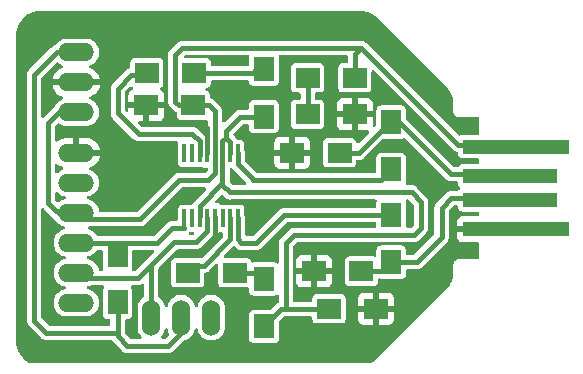
<source format=gbr>
%TF.GenerationSoftware,KiCad,Pcbnew,7.0.9*%
%TF.CreationDate,2023-11-29T11:27:28+01:00*%
%TF.ProjectId,FT230xv4,46543233-3078-4763-942e-6b696361645f,rev?*%
%TF.SameCoordinates,Original*%
%TF.FileFunction,Copper,L1,Top*%
%TF.FilePolarity,Positive*%
%FSLAX46Y46*%
G04 Gerber Fmt 4.6, Leading zero omitted, Abs format (unit mm)*
G04 Created by KiCad (PCBNEW 7.0.9) date 2023-11-29 11:27:28*
%MOMM*%
%LPD*%
G01*
G04 APERTURE LIST*
%TA.AperFunction,ComponentPad*%
%ADD10O,3.048000X1.524000*%
%TD*%
%TA.AperFunction,SMDPad,CuDef*%
%ADD11R,1.700000X2.000000*%
%TD*%
%TA.AperFunction,SMDPad,CuDef*%
%ADD12R,2.000000X1.700000*%
%TD*%
%TA.AperFunction,SMDPad,CuDef*%
%ADD13R,0.300000X1.500000*%
%TD*%
%TA.AperFunction,SMDPad,CuDef*%
%ADD14R,9.000000X1.200000*%
%TD*%
%TA.AperFunction,SMDPad,CuDef*%
%ADD15R,8.000000X1.200000*%
%TD*%
%TA.AperFunction,ComponentPad*%
%ADD16O,1.524000X3.048000*%
%TD*%
%TA.AperFunction,Conductor*%
%ADD17C,0.400000*%
%TD*%
G04 APERTURE END LIST*
D10*
%TO.P,J3,1,Pin_1*%
%TO.N,+5V*%
X118110000Y-89290720D03*
%TO.P,J3,2,Pin_2*%
%TO.N,GND*%
X118110000Y-86750720D03*
%TO.P,J3,3,Pin_3*%
%TO.N,Net-(J3-Pad3)*%
X118110000Y-84210720D03*
%TD*%
D11*
%TO.P,R2,1*%
%TO.N,D+*%
X144780000Y-97963168D03*
%TO.P,R2,2*%
%TO.N,Net-(C4-Pad1)*%
X144780000Y-101963168D03*
%TD*%
%TO.P,R1,1*%
%TO.N,Net-(C3-Pad1)*%
X144780000Y-90109130D03*
%TO.P,R1,2*%
%TO.N,D-*%
X144780000Y-94109130D03*
%TD*%
D12*
%TO.P,R_PwrLed1,1*%
%TO.N,Net-(PWR1-Pad1)*%
X137700000Y-89460482D03*
%TO.P,R_PwrLed1,2*%
%TO.N,GND*%
X141700000Y-89460482D03*
%TD*%
D10*
%TO.P,J2,1,Pin_1*%
%TO.N,GND*%
X118110000Y-92710000D03*
%TO.P,J2,2,Pin_2*%
%TO.N,unconnected-(J2-Pad2)*%
X118110000Y-95250000D03*
%TO.P,J2,3,Pin_3*%
%TO.N,+5V*%
X118110000Y-97790000D03*
%TO.P,J2,4,Pin_4*%
%TO.N,TX*%
X118110000Y-100330000D03*
%TO.P,J2,5,Pin_5*%
%TO.N,RX*%
X118110000Y-102870000D03*
%TO.P,J2,6,Pin_6*%
%TO.N,unconnected-(J2-Pad6)*%
X118110000Y-105410000D03*
%TD*%
D11*
%TO.P,R_Updi1,1*%
%TO.N,TX*%
X121608023Y-101381296D03*
%TO.P,R_Updi1,2*%
%TO.N,Net-(J3-Pad3)*%
X121608023Y-105381296D03*
%TD*%
D13*
%TO.P,U1,1,TXD*%
%TO.N,TX*%
X127250874Y-98255503D03*
%TO.P,U1,2,~{RTS}*%
%TO.N,unconnected-(U1-Pad2)*%
X127900874Y-98255503D03*
%TO.P,U1,3,VCCIO*%
%TO.N,VCCIO*%
X128550874Y-98255503D03*
%TO.P,U1,4,RXD*%
%TO.N,RX*%
X129200874Y-98255503D03*
%TO.P,U1,5,GND*%
%TO.N,GND*%
X129850874Y-98255503D03*
%TO.P,U1,6,~{CTS}*%
%TO.N,unconnected-(U1-Pad6)*%
X130500874Y-98255503D03*
%TO.P,U1,7,CBUS2*%
%TO.N,TxLed *%
X131150874Y-98255503D03*
%TO.P,U1,8,USBDP*%
%TO.N,D+*%
X131800874Y-98255503D03*
%TO.P,U1,9,USBDM*%
%TO.N,D-*%
X131800874Y-92755503D03*
%TO.P,U1,10,3V3OUT*%
%TO.N,VCCIO*%
X131150874Y-92755503D03*
%TO.P,U1,11,~{RESET}*%
X130500874Y-92755503D03*
%TO.P,U1,12,VCC*%
%TO.N,+5V*%
X129850874Y-92755503D03*
%TO.P,U1,13,GND*%
%TO.N,GND*%
X129200874Y-92755503D03*
%TO.P,U1,14,CBUS1*%
%TO.N,RxLed*%
X128550874Y-92755503D03*
%TO.P,U1,15,CBUS0*%
%TO.N,unconnected-(U1-Pad15)*%
X127900874Y-92755503D03*
%TO.P,U1,16,CBUS3*%
%TO.N,unconnected-(U1-Pad16)*%
X127250874Y-92755503D03*
%TD*%
D12*
%TO.P,R_RxLed1,1*%
%TO.N,RxLed*%
X124092570Y-85957607D03*
%TO.P,R_RxLed1,2*%
%TO.N,Net-(R_RxLed1-Pad2)*%
X128092570Y-85957607D03*
%TD*%
D14*
%TO.P,J1,1,VBUS*%
%TO.N,+5V*%
X155346502Y-92188695D03*
D15*
%TO.P,J1,2,D-*%
%TO.N,Net-(C3-Pad1)*%
X154846502Y-94688695D03*
%TO.P,J1,3,D+*%
%TO.N,Net-(C4-Pad1)*%
X154846502Y-96688695D03*
D14*
%TO.P,J1,4,GND*%
%TO.N,GND*%
X155346502Y-99188695D03*
%TD*%
D11*
%TO.P,Rx1,1,K*%
%TO.N,Net-(R_RxLed1-Pad2)*%
X133997965Y-85655930D03*
%TO.P,Rx1,2,A*%
%TO.N,VCCIO*%
X133997965Y-89655930D03*
%TD*%
D12*
%TO.P,C3,1*%
%TO.N,Net-(C3-Pad1)*%
X140402894Y-92710000D03*
%TO.P,C3,2*%
%TO.N,GND*%
X136402894Y-92710000D03*
%TD*%
D16*
%TO.P,J4,1,Pin_1*%
%TO.N,unconnected-(J4-Pad1)*%
X129540000Y-106680000D03*
%TO.P,J4,2,Pin_2*%
%TO.N,Net-(J3-Pad3)*%
X127000000Y-106680000D03*
%TO.P,J4,3,Pin_3*%
%TO.N,RX*%
X124460000Y-106680000D03*
%TD*%
D11*
%TO.P,Tx1,1,K*%
%TO.N,Net-(R_TxLed1-Pad2)*%
X134007965Y-103403586D03*
%TO.P,Tx1,2,A*%
%TO.N,VCCIO*%
X134007965Y-107403586D03*
%TD*%
D12*
%TO.P,C1,1*%
%TO.N,+5V*%
X128036078Y-88691654D03*
%TO.P,C1,2*%
%TO.N,GND*%
X124036078Y-88691654D03*
%TD*%
%TO.P,PWR1,1,K*%
%TO.N,Net-(PWR1-Pad1)*%
X137700000Y-86360000D03*
%TO.P,PWR1,2,A*%
%TO.N,+5V*%
X141700000Y-86360000D03*
%TD*%
%TO.P,R_TxLed1,1*%
%TO.N,TxLed *%
X127540000Y-102870000D03*
%TO.P,R_TxLed1,2*%
%TO.N,Net-(R_TxLed1-Pad2)*%
X131540000Y-102870000D03*
%TD*%
%TO.P,C2,1*%
%TO.N,VCCIO*%
X139506831Y-105915176D03*
%TO.P,C2,2*%
%TO.N,GND*%
X143506831Y-105915176D03*
%TD*%
%TO.P,C4,1*%
%TO.N,Net-(C4-Pad1)*%
X142257760Y-102742896D03*
%TO.P,C4,2*%
%TO.N,GND*%
X138257760Y-102742896D03*
%TD*%
D17*
%TO.N,GND*%
X129192250Y-92746879D02*
X129192250Y-90612750D01*
X129192250Y-90612750D02*
X129222500Y-90582500D01*
X155440000Y-99020000D02*
X151515374Y-99020000D01*
X129857500Y-98120000D02*
X129857500Y-99833454D01*
X129857500Y-99833454D02*
X128764136Y-100926818D01*
%TO.N,+5V*%
X123502286Y-98351714D02*
X126802000Y-95052000D01*
X129857500Y-89217500D02*
X129331654Y-88691654D01*
X126791654Y-88691654D02*
X128036078Y-88691654D01*
X142240000Y-83820000D02*
X141700000Y-84360000D01*
X157980000Y-92020000D02*
X150440000Y-92020000D01*
X115704458Y-96927506D02*
X117128666Y-98351714D01*
X150440000Y-92020000D02*
X142240000Y-83820000D01*
X127097732Y-83820000D02*
X142240000Y-83820000D01*
X126802000Y-95052000D02*
X129258748Y-95052000D01*
X126500848Y-84416884D02*
X127097732Y-83820000D01*
X129331654Y-88691654D02*
X128036078Y-88691654D01*
X129258748Y-95052000D02*
X129857500Y-94453248D01*
X116624475Y-89290720D02*
X115704458Y-90210737D01*
X126500848Y-88400848D02*
X126791654Y-88691654D01*
X126500848Y-88400848D02*
X126500848Y-84416884D01*
X117860923Y-89290720D02*
X116624475Y-89290720D01*
X117128666Y-98351714D02*
X123502286Y-98351714D01*
X115704458Y-90210737D02*
X115704458Y-96927506D01*
X141700000Y-84360000D02*
X141700000Y-86360000D01*
X129857500Y-94453248D02*
X129857500Y-89217500D01*
%TO.N,VCCIO*%
X131142863Y-96068369D02*
X146501631Y-96068369D01*
X147320000Y-99060000D02*
X146729303Y-99650697D01*
X131977019Y-89662344D02*
X130810000Y-90829363D01*
X130492500Y-95303516D02*
X130492500Y-91757500D01*
X131150874Y-91780874D02*
X130810000Y-91440000D01*
X147320000Y-96886738D02*
X147320000Y-99060000D01*
X131150874Y-92755503D02*
X131150874Y-91780874D01*
X128550874Y-97245142D02*
X130492500Y-95303516D01*
X128550874Y-98083374D02*
X128550874Y-97245142D01*
X130810000Y-90829363D02*
X130810000Y-91440000D01*
X135890000Y-100330000D02*
X135890000Y-105973364D01*
X133350000Y-89662344D02*
X131977019Y-89662344D01*
X146501631Y-96068369D02*
X147320000Y-96886738D01*
X136569303Y-99650697D02*
X135890000Y-100330000D01*
X130492500Y-95303516D02*
X130492500Y-95418006D01*
X146729303Y-99650697D02*
X136569303Y-99650697D01*
X130492500Y-91757500D02*
X130810000Y-91440000D01*
X138967500Y-105973364D02*
X138970000Y-105970864D01*
X135438187Y-105973364D02*
X134007965Y-107403586D01*
X135890000Y-105973364D02*
X135438187Y-105973364D01*
X130492500Y-95418006D02*
X131142863Y-96068369D01*
X135890000Y-105973364D02*
X138967500Y-105973364D01*
%TO.N,Net-(C3-Pad1)*%
X149860000Y-94520000D02*
X157480000Y-94520000D01*
X142050000Y-92710000D02*
X144650870Y-90109130D01*
X140430000Y-92710000D02*
X142050000Y-92710000D01*
X145449130Y-90109130D02*
X149860000Y-94520000D01*
X144650870Y-90109130D02*
X145449130Y-90109130D01*
%TO.N,Net-(C4-Pad1)*%
X144780000Y-101963168D02*
X144780000Y-101600000D01*
X149876859Y-96520000D02*
X157480000Y-96520000D01*
X144000272Y-102742896D02*
X144780000Y-101963168D01*
X144128442Y-101963168D02*
X146956832Y-101963168D01*
X149038582Y-99881418D02*
X149038582Y-97358277D01*
X142257760Y-102742896D02*
X144000272Y-102742896D01*
X149038582Y-97358277D02*
X149876859Y-96520000D01*
X146956832Y-101963168D02*
X149038582Y-99881418D01*
%TO.N,TX*%
X126254471Y-99060000D02*
X127237889Y-99060000D01*
X122402515Y-100330000D02*
X121580371Y-101152144D01*
X122431686Y-100330000D02*
X124984471Y-100330000D01*
X121580371Y-101152144D02*
X121580371Y-101634659D01*
X121829833Y-100931853D02*
X122431686Y-100330000D01*
X117860923Y-100330000D02*
X122402515Y-100330000D01*
X124984471Y-100330000D02*
X126254471Y-99060000D01*
%TO.N,RX*%
X118307649Y-103316726D02*
X123379823Y-103316726D01*
X128264949Y-100280450D02*
X129200874Y-99344525D01*
X124778275Y-101918275D02*
X126416099Y-100280450D01*
X124460000Y-102236550D02*
X124778275Y-101918275D01*
X129200874Y-99344525D02*
X129200874Y-98255503D01*
X126416099Y-100280450D02*
X128264949Y-100280450D01*
X123379823Y-103316726D02*
X124778275Y-101918275D01*
X124460000Y-106680000D02*
X124460000Y-102236550D01*
X117860923Y-102870000D02*
X118307649Y-103316726D01*
%TO.N,D-*%
X143619816Y-95006752D02*
X143882378Y-95006752D01*
X143882378Y-95006752D02*
X144780000Y-94109130D01*
X133034306Y-94934306D02*
X133034306Y-95008643D01*
X131800874Y-92755503D02*
X131800874Y-93700874D01*
X131800874Y-93700874D02*
X133034306Y-94934306D01*
X133034306Y-95008643D02*
X143642148Y-95008643D01*
%TO.N,D+*%
X131800874Y-100050874D02*
X131800874Y-98255503D01*
X132080000Y-100330000D02*
X131800874Y-100050874D01*
X144128442Y-97963168D02*
X135716832Y-97963168D01*
X133350000Y-100330000D02*
X132080000Y-100330000D01*
X135716832Y-97963168D02*
X133350000Y-100330000D01*
%TO.N,Net-(R_RxLed1-Pad2)*%
X133054737Y-85957607D02*
X133350000Y-85662344D01*
X128092570Y-85957607D02*
X133054737Y-85957607D01*
%TO.N,RxLed*%
X121625465Y-89361041D02*
X121625465Y-87292565D01*
X123385783Y-91121359D02*
X121625465Y-89361041D01*
X128550874Y-92883374D02*
X128550874Y-91720874D01*
X121625465Y-87292565D02*
X122766376Y-86151654D01*
X128550874Y-91720874D02*
X127951359Y-91121359D01*
X127951359Y-91121359D02*
X123385783Y-91121359D01*
X122766376Y-86151654D02*
X123866693Y-86151654D01*
%TO.N,Net-(R_TxLed1-Pad2)*%
X133474379Y-102870000D02*
X134007965Y-103403586D01*
X131540000Y-102870000D02*
X133474379Y-102870000D01*
%TO.N,TxLed *%
X131150874Y-100019719D02*
X131150874Y-98255503D01*
X128144128Y-102265872D02*
X127540000Y-102870000D01*
X128904721Y-102265872D02*
X131150874Y-100019719D01*
X128904721Y-102265872D02*
X128144128Y-102265872D01*
%TO.N,Net-(PWR1-Pad1)*%
X137700000Y-86360000D02*
X137700000Y-89460482D01*
%TO.N,Net-(J3-Pad3)*%
X115570000Y-107950000D02*
X121514334Y-107950000D01*
X122413164Y-109053749D02*
X121608023Y-108248608D01*
X118110000Y-84210720D02*
X116449280Y-84210720D01*
X114545656Y-86114344D02*
X114545656Y-106925656D01*
X127000000Y-107950000D02*
X125896251Y-109053749D01*
X125896251Y-109053749D02*
X122413164Y-109053749D01*
X127000000Y-106680000D02*
X127000000Y-107950000D01*
X114545656Y-106925656D02*
X115570000Y-107950000D01*
X121608023Y-108248608D02*
X121608023Y-105381296D01*
X116449280Y-84210720D02*
X114545656Y-86114344D01*
%TD*%
%TA.AperFunction,Conductor*%
%TO.N,GND*%
G36*
X142203352Y-80699027D02*
G01*
X142206633Y-80699211D01*
X142254943Y-80701923D01*
X142437537Y-80713889D01*
X142443996Y-80714648D01*
X142541212Y-80731165D01*
X142678130Y-80758398D01*
X142683319Y-80759659D01*
X142784594Y-80788835D01*
X142787386Y-80789711D01*
X142912194Y-80832076D01*
X142916060Y-80833531D01*
X143015032Y-80874525D01*
X143018777Y-80876222D01*
X143137021Y-80934532D01*
X143139591Y-80935875D01*
X143204798Y-80971913D01*
X143231826Y-80986851D01*
X143236408Y-80989641D01*
X143242160Y-80993484D01*
X143352515Y-81067220D01*
X143432874Y-81124237D01*
X143438006Y-81128292D01*
X143576347Y-81249623D01*
X143613961Y-81283237D01*
X143616541Y-81285676D01*
X146590982Y-84260116D01*
X149442583Y-87111717D01*
X149445034Y-87114309D01*
X149479510Y-87152886D01*
X149548507Y-87231560D01*
X149600109Y-87290399D01*
X149604174Y-87295545D01*
X149661239Y-87375967D01*
X149671423Y-87391207D01*
X149738777Y-87492007D01*
X149741567Y-87496589D01*
X149792538Y-87588809D01*
X149793918Y-87591451D01*
X149852194Y-87709617D01*
X149853916Y-87713418D01*
X149894889Y-87812331D01*
X149896359Y-87816236D01*
X149938725Y-87941033D01*
X149939617Y-87943877D01*
X149968777Y-88045087D01*
X149970044Y-88050300D01*
X149997280Y-88187202D01*
X150013791Y-88284375D01*
X150014556Y-88290896D01*
X150026690Y-88476287D01*
X150027190Y-88485176D01*
X150029400Y-88524518D01*
X150029500Y-88528076D01*
X150029500Y-89145589D01*
X150029470Y-89145691D01*
X150029475Y-89254818D01*
X150029476Y-89254822D01*
X150044739Y-89321679D01*
X150054579Y-89364780D01*
X150103519Y-89466396D01*
X150133302Y-89503740D01*
X150173840Y-89554571D01*
X150173846Y-89554577D01*
X150262025Y-89624894D01*
X150262030Y-89624897D01*
X150363643Y-89673829D01*
X150363645Y-89673830D01*
X150414356Y-89685404D01*
X150473606Y-89698927D01*
X150473608Y-89698927D01*
X152112374Y-89698927D01*
X152181306Y-89719167D01*
X152228352Y-89773462D01*
X152239874Y-89826427D01*
X152239874Y-91060695D01*
X152219634Y-91129627D01*
X152165339Y-91176673D01*
X152112374Y-91188195D01*
X150814986Y-91188195D01*
X150721196Y-91203049D01*
X150638840Y-91245012D01*
X150568232Y-91258273D01*
X150501664Y-91231254D01*
X150490800Y-91221565D01*
X142695411Y-83426176D01*
X142689907Y-83419900D01*
X142668285Y-83391721D01*
X142668283Y-83391719D01*
X142668282Y-83391718D01*
X142542841Y-83295464D01*
X142396762Y-83234956D01*
X142279361Y-83219500D01*
X142259680Y-83216909D01*
X142240001Y-83214318D01*
X142240000Y-83214318D01*
X142204783Y-83218954D01*
X142196458Y-83219500D01*
X127141274Y-83219500D01*
X127132948Y-83218954D01*
X127097732Y-83214318D01*
X127097731Y-83214318D01*
X127078051Y-83216909D01*
X127058371Y-83219500D01*
X126999670Y-83227228D01*
X126940969Y-83234956D01*
X126794892Y-83295463D01*
X126669450Y-83391718D01*
X126647827Y-83419895D01*
X126642325Y-83426169D01*
X126107022Y-83961474D01*
X126100747Y-83966976D01*
X126072566Y-83988602D01*
X126048398Y-84020099D01*
X125976311Y-84114044D01*
X125915805Y-84260116D01*
X125915803Y-84260123D01*
X125895166Y-84416882D01*
X125895166Y-84416884D01*
X125899802Y-84452095D01*
X125900348Y-84460426D01*
X125900348Y-88357304D01*
X125899802Y-88365634D01*
X125895166Y-88400846D01*
X125895166Y-88400849D01*
X125911742Y-88526756D01*
X125915803Y-88557609D01*
X125943474Y-88624411D01*
X125976312Y-88703689D01*
X126072566Y-88829130D01*
X126072567Y-88829131D01*
X126072569Y-88829133D01*
X126100748Y-88850755D01*
X126107024Y-88856259D01*
X126336241Y-89085476D01*
X126341745Y-89091752D01*
X126353144Y-89106607D01*
X126363372Y-89119936D01*
X126439224Y-89178139D01*
X126488813Y-89216190D01*
X126531960Y-89234062D01*
X126556870Y-89244380D01*
X126612809Y-89289459D01*
X126635497Y-89357624D01*
X126635578Y-89362174D01*
X126635578Y-89573169D01*
X126650432Y-89666959D01*
X126708027Y-89779996D01*
X126797735Y-89869704D01*
X126839963Y-89891220D01*
X126910774Y-89927300D01*
X127004559Y-89942154D01*
X129067596Y-89942153D01*
X129074454Y-89941066D01*
X129109556Y-89935508D01*
X129180805Y-89944716D01*
X129235765Y-89990983D01*
X129256987Y-90059619D01*
X129257000Y-90061438D01*
X129257000Y-91279082D01*
X129236760Y-91348014D01*
X129182465Y-91395060D01*
X129111355Y-91405284D01*
X129046005Y-91375440D01*
X129028352Y-91356705D01*
X129023479Y-91350355D01*
X128979158Y-91292594D01*
X128979156Y-91292593D01*
X128979156Y-91292592D01*
X128967761Y-91283848D01*
X128950972Y-91270965D01*
X128944696Y-91265461D01*
X128406766Y-90727531D01*
X128401265Y-90721258D01*
X128379641Y-90693077D01*
X128254200Y-90596823D01*
X128108121Y-90536315D01*
X127990720Y-90520859D01*
X127971039Y-90518268D01*
X127951360Y-90515677D01*
X127951359Y-90515677D01*
X127916142Y-90520313D01*
X127907817Y-90520859D01*
X123687330Y-90520859D01*
X123618398Y-90500619D01*
X123597174Y-90483515D01*
X123380969Y-90267310D01*
X123346539Y-90204256D01*
X123351664Y-90132597D01*
X123394717Y-90075085D01*
X123462029Y-90049979D01*
X123471125Y-90049654D01*
X123782078Y-90049654D01*
X123782078Y-88945654D01*
X124290078Y-88945654D01*
X124290078Y-90049654D01*
X125084658Y-90049654D01*
X125084661Y-90049653D01*
X125145170Y-90043148D01*
X125145173Y-90043148D01*
X125282041Y-89992099D01*
X125398981Y-89904557D01*
X125486523Y-89787617D01*
X125537572Y-89650749D01*
X125537572Y-89650746D01*
X125544077Y-89590237D01*
X125544078Y-89590234D01*
X125544078Y-88945654D01*
X124290078Y-88945654D01*
X123782078Y-88945654D01*
X122528078Y-88945654D01*
X122528078Y-89106607D01*
X122507838Y-89175539D01*
X122453543Y-89222585D01*
X122382433Y-89232809D01*
X122317083Y-89202965D01*
X122310422Y-89196763D01*
X122263309Y-89149650D01*
X122228879Y-89086596D01*
X122225965Y-89059494D01*
X122225965Y-87594111D01*
X122246205Y-87525179D01*
X122263305Y-87503959D01*
X122652763Y-87114500D01*
X122715815Y-87080072D01*
X122787474Y-87085197D01*
X122833072Y-87114501D01*
X122854227Y-87135656D01*
X122854229Y-87135658D01*
X122858244Y-87137704D01*
X122862243Y-87141480D01*
X122862345Y-87141555D01*
X122862335Y-87141568D01*
X122910474Y-87187033D01*
X122927743Y-87256768D01*
X122904569Y-87324770D01*
X122848309Y-87369447D01*
X122844918Y-87370768D01*
X122790113Y-87391209D01*
X122673174Y-87478750D01*
X122585632Y-87595690D01*
X122534583Y-87732558D01*
X122534583Y-87732561D01*
X122528078Y-87793070D01*
X122528078Y-88437654D01*
X125544078Y-88437654D01*
X125544078Y-87793073D01*
X125544077Y-87793070D01*
X125537572Y-87732561D01*
X125537572Y-87732558D01*
X125486523Y-87595690D01*
X125398981Y-87478750D01*
X125282039Y-87391207D01*
X125275616Y-87387700D01*
X125224815Y-87336901D01*
X125209543Y-87266702D01*
X125234647Y-87199389D01*
X125278832Y-87162192D01*
X125330912Y-87135657D01*
X125354852Y-87111717D01*
X125420620Y-87045950D01*
X125420620Y-87045949D01*
X125441627Y-87004720D01*
X125478216Y-86932911D01*
X125493070Y-86839126D01*
X125493069Y-85076089D01*
X125478216Y-84982303D01*
X125478062Y-84982000D01*
X125420620Y-84869264D01*
X125330912Y-84779556D01*
X125217872Y-84721960D01*
X125124091Y-84707107D01*
X123061054Y-84707107D01*
X122967264Y-84721961D01*
X122854227Y-84779556D01*
X122854227Y-84779557D01*
X122764520Y-84869264D01*
X122764519Y-84869264D01*
X122706923Y-84982303D01*
X122706923Y-84982304D01*
X122692070Y-85076083D01*
X122692070Y-85447262D01*
X122671830Y-85516194D01*
X122617535Y-85563240D01*
X122613362Y-85565057D01*
X122463536Y-85627117D01*
X122338095Y-85723370D01*
X122316468Y-85751553D01*
X122310966Y-85757827D01*
X121231638Y-86837155D01*
X121225364Y-86842657D01*
X121197183Y-86864283D01*
X121173015Y-86895780D01*
X121100928Y-86989725D01*
X121040422Y-87135797D01*
X121040420Y-87135804D01*
X121019783Y-87292563D01*
X121019783Y-87292565D01*
X121024419Y-87327776D01*
X121024965Y-87336107D01*
X121024965Y-89317497D01*
X121024419Y-89325825D01*
X121019783Y-89361041D01*
X121024706Y-89398438D01*
X121024965Y-89400401D01*
X121040421Y-89517803D01*
X121084779Y-89624894D01*
X121100929Y-89663882D01*
X121197183Y-89789323D01*
X121197184Y-89789324D01*
X121197186Y-89789326D01*
X121225365Y-89810948D01*
X121231641Y-89816452D01*
X122930370Y-91515181D01*
X122935874Y-91521457D01*
X122942789Y-91530468D01*
X122957501Y-91549641D01*
X123029652Y-91605004D01*
X123082942Y-91645895D01*
X123229019Y-91706402D01*
X123229018Y-91706402D01*
X123229021Y-91706403D01*
X123346416Y-91721859D01*
X123385782Y-91727042D01*
X123385783Y-91727042D01*
X123421003Y-91722405D01*
X123429333Y-91721859D01*
X126591187Y-91721859D01*
X126660119Y-91742099D01*
X126707165Y-91796394D01*
X126717389Y-91867504D01*
X126716743Y-91870279D01*
X126716797Y-91870288D01*
X126700374Y-91973979D01*
X126700374Y-93537018D01*
X126715228Y-93630808D01*
X126772823Y-93743845D01*
X126862531Y-93833553D01*
X126909760Y-93857617D01*
X126975570Y-93891149D01*
X127069355Y-93906003D01*
X127432392Y-93906002D01*
X127526178Y-93891149D01*
X127526180Y-93891147D01*
X127526184Y-93891147D01*
X127535725Y-93888048D01*
X127536936Y-93891777D01*
X127588486Y-93882049D01*
X127615401Y-93889952D01*
X127616021Y-93888047D01*
X127625566Y-93891148D01*
X127625568Y-93891148D01*
X127625570Y-93891149D01*
X127719355Y-93906003D01*
X128082392Y-93906002D01*
X128176178Y-93891149D01*
X128176180Y-93891147D01*
X128176184Y-93891147D01*
X128185725Y-93888048D01*
X128186936Y-93891777D01*
X128238486Y-93882049D01*
X128265401Y-93889952D01*
X128266021Y-93888047D01*
X128275566Y-93891148D01*
X128275568Y-93891148D01*
X128275570Y-93891149D01*
X128369355Y-93906003D01*
X128695755Y-93906002D01*
X128764686Y-93926242D01*
X128772164Y-93931434D01*
X128804911Y-93955948D01*
X128804910Y-93955948D01*
X128941779Y-94006997D01*
X129002290Y-94013502D01*
X129002294Y-94013503D01*
X129060460Y-94013503D01*
X129102398Y-93990603D01*
X129174057Y-93995728D01*
X129231569Y-94038781D01*
X129256675Y-94106093D01*
X129257000Y-94115189D01*
X129257000Y-94151701D01*
X129236760Y-94220633D01*
X129219656Y-94241857D01*
X129047357Y-94414156D01*
X128984303Y-94448586D01*
X128957201Y-94451500D01*
X126845542Y-94451500D01*
X126837216Y-94450954D01*
X126802000Y-94446318D01*
X126801998Y-94446318D01*
X126645239Y-94466955D01*
X126645232Y-94466957D01*
X126499160Y-94527463D01*
X126373716Y-94623719D01*
X126352095Y-94651897D01*
X126346591Y-94658173D01*
X123290895Y-97713870D01*
X123227841Y-97748300D01*
X123200739Y-97751214D01*
X120153261Y-97751214D01*
X120084329Y-97730974D01*
X120037283Y-97676679D01*
X120027932Y-97647142D01*
X119995563Y-97473987D01*
X119994912Y-97470504D01*
X119917085Y-97269609D01*
X119803669Y-97086436D01*
X119658526Y-96927222D01*
X119658524Y-96927221D01*
X119658522Y-96927218D01*
X119486599Y-96797388D01*
X119486594Y-96797385D01*
X119293746Y-96701358D01*
X119293741Y-96701356D01*
X119162270Y-96663950D01*
X119087343Y-96642632D01*
X119026584Y-96604302D01*
X118996192Y-96539205D01*
X119005818Y-96468011D01*
X119052406Y-96413323D01*
X119087342Y-96397368D01*
X119293742Y-96338643D01*
X119486599Y-96242612D01*
X119658526Y-96112778D01*
X119803669Y-95953564D01*
X119917085Y-95770391D01*
X119994912Y-95569496D01*
X120034500Y-95357721D01*
X120034500Y-95142279D01*
X119994912Y-94930504D01*
X119989596Y-94916783D01*
X119917086Y-94729612D01*
X119917085Y-94729609D01*
X119803669Y-94546436D01*
X119658526Y-94387222D01*
X119658524Y-94387221D01*
X119658522Y-94387218D01*
X119486599Y-94257388D01*
X119486594Y-94257385D01*
X119293746Y-94161358D01*
X119293738Y-94161355D01*
X119284813Y-94158816D01*
X119224053Y-94120483D01*
X119193662Y-94055386D01*
X119203290Y-93984192D01*
X119249880Y-93929505D01*
X119285791Y-93913278D01*
X119320051Y-93903823D01*
X119320055Y-93903822D01*
X119526006Y-93804640D01*
X119526010Y-93804638D01*
X119710958Y-93670265D01*
X119868941Y-93505029D01*
X119868941Y-93505028D01*
X119994871Y-93314252D01*
X119994876Y-93314244D01*
X120084724Y-93104035D01*
X120084725Y-93104033D01*
X120116687Y-92964000D01*
X118550625Y-92964000D01*
X118576845Y-92923201D01*
X118618000Y-92783039D01*
X118618000Y-92636961D01*
X118576845Y-92496799D01*
X118550625Y-92456000D01*
X120119192Y-92456000D01*
X120119192Y-92455999D01*
X120115164Y-92426263D01*
X120115164Y-92426261D01*
X120044519Y-92208839D01*
X119936193Y-92007534D01*
X119793659Y-91828803D01*
X119621506Y-91678398D01*
X119621501Y-91678395D01*
X119425259Y-91561145D01*
X119211229Y-91480818D01*
X119211230Y-91480818D01*
X118986300Y-91440000D01*
X118364000Y-91440000D01*
X118364000Y-92267529D01*
X118254592Y-92217565D01*
X118146334Y-92202000D01*
X118073666Y-92202000D01*
X117965408Y-92217565D01*
X117856000Y-92267529D01*
X117856000Y-91440000D01*
X117290974Y-91440000D01*
X117120312Y-91455360D01*
X117120306Y-91455361D01*
X116899951Y-91516175D01*
X116899944Y-91516177D01*
X116693993Y-91615359D01*
X116693989Y-91615361D01*
X116507401Y-91750926D01*
X116439737Y-91775068D01*
X116369762Y-91758796D01*
X116319693Y-91707276D01*
X116304958Y-91647776D01*
X116304958Y-90512283D01*
X116325198Y-90443351D01*
X116342298Y-90422131D01*
X116511199Y-90253229D01*
X116574253Y-90218800D01*
X116645912Y-90223925D01*
X116678190Y-90241638D01*
X116733401Y-90283332D01*
X116733404Y-90283333D01*
X116733405Y-90283334D01*
X116926253Y-90379361D01*
X116926258Y-90379363D01*
X117133476Y-90438321D01*
X117280621Y-90451956D01*
X117294257Y-90453220D01*
X117294258Y-90453220D01*
X118925742Y-90453220D01*
X119086524Y-90438321D01*
X119293742Y-90379363D01*
X119486599Y-90283332D01*
X119658526Y-90153498D01*
X119803669Y-89994284D01*
X119917085Y-89811111D01*
X119994912Y-89610216D01*
X120034500Y-89398441D01*
X120034500Y-89182999D01*
X119994912Y-88971224D01*
X119917085Y-88770329D01*
X119803669Y-88587156D01*
X119658526Y-88427942D01*
X119658524Y-88427941D01*
X119658522Y-88427938D01*
X119486599Y-88298108D01*
X119486594Y-88298105D01*
X119293746Y-88202078D01*
X119293738Y-88202075D01*
X119284813Y-88199536D01*
X119224053Y-88161203D01*
X119193662Y-88096106D01*
X119203290Y-88024912D01*
X119249880Y-87970225D01*
X119285791Y-87953998D01*
X119320051Y-87944543D01*
X119320055Y-87944542D01*
X119526006Y-87845360D01*
X119526010Y-87845358D01*
X119710958Y-87710985D01*
X119868941Y-87545749D01*
X119868941Y-87545748D01*
X119994871Y-87354972D01*
X119994876Y-87354964D01*
X120084724Y-87144755D01*
X120084725Y-87144753D01*
X120116687Y-87004720D01*
X118550625Y-87004720D01*
X118576845Y-86963921D01*
X118618000Y-86823759D01*
X118618000Y-86677681D01*
X118576845Y-86537519D01*
X118550625Y-86496720D01*
X120119192Y-86496720D01*
X120119192Y-86496719D01*
X120115164Y-86466983D01*
X120115164Y-86466981D01*
X120044519Y-86249559D01*
X119936193Y-86048254D01*
X119793659Y-85869523D01*
X119621506Y-85719118D01*
X119621501Y-85719115D01*
X119425259Y-85601865D01*
X119272586Y-85544565D01*
X119215162Y-85501394D01*
X119190194Y-85434030D01*
X119205608Y-85363862D01*
X119256512Y-85313166D01*
X119282493Y-85302563D01*
X119293742Y-85299363D01*
X119486599Y-85203332D01*
X119658526Y-85073498D01*
X119803669Y-84914284D01*
X119917085Y-84731111D01*
X119994912Y-84530216D01*
X120034500Y-84318441D01*
X120034500Y-84102999D01*
X119994912Y-83891224D01*
X119917085Y-83690329D01*
X119803669Y-83507156D01*
X119658526Y-83347942D01*
X119658524Y-83347941D01*
X119658522Y-83347938D01*
X119486599Y-83218108D01*
X119486594Y-83218105D01*
X119293746Y-83122078D01*
X119293741Y-83122076D01*
X119145481Y-83079893D01*
X119086524Y-83063119D01*
X119006133Y-83055669D01*
X118925743Y-83048220D01*
X118925742Y-83048220D01*
X117294258Y-83048220D01*
X117294257Y-83048220D01*
X117133476Y-83063119D01*
X116926258Y-83122076D01*
X116926253Y-83122078D01*
X116733405Y-83218105D01*
X116733400Y-83218108D01*
X116561477Y-83347938D01*
X116416328Y-83507158D01*
X116379243Y-83567051D01*
X116325746Y-83615002D01*
X116300330Y-83622535D01*
X116300592Y-83623513D01*
X116292518Y-83625676D01*
X116146440Y-83686183D01*
X116020999Y-83782436D01*
X115999372Y-83810619D01*
X115993870Y-83816893D01*
X114151829Y-85658934D01*
X114145555Y-85664436D01*
X114117372Y-85686063D01*
X114075074Y-85741188D01*
X114037272Y-85790454D01*
X114029300Y-85800843D01*
X114021120Y-85811503D01*
X114021118Y-85811505D01*
X113960613Y-85957576D01*
X113960611Y-85957583D01*
X113939974Y-86114342D01*
X113939974Y-86114344D01*
X113944610Y-86149555D01*
X113945156Y-86157886D01*
X113945156Y-106882112D01*
X113944610Y-106890442D01*
X113939974Y-106925654D01*
X113939974Y-106925656D01*
X113945156Y-106965016D01*
X113960612Y-107082418D01*
X114015786Y-107215621D01*
X114021120Y-107228497D01*
X114117374Y-107353938D01*
X114117375Y-107353939D01*
X114117377Y-107353941D01*
X114145556Y-107375563D01*
X114151832Y-107381067D01*
X115114587Y-108343822D01*
X115120091Y-108350098D01*
X115131327Y-108364740D01*
X115141718Y-108378282D01*
X115239417Y-108453249D01*
X115267159Y-108474536D01*
X115347048Y-108507627D01*
X115413232Y-108535042D01*
X115413235Y-108535043D01*
X115413238Y-108535044D01*
X115465492Y-108541923D01*
X115569998Y-108555682D01*
X115570000Y-108555682D01*
X115605216Y-108551045D01*
X115613542Y-108550500D01*
X121019883Y-108550500D01*
X121088815Y-108570740D01*
X121121033Y-108600380D01*
X121179741Y-108676890D01*
X121179742Y-108676891D01*
X121179744Y-108676893D01*
X121207923Y-108698515D01*
X121214199Y-108704019D01*
X121957751Y-109447571D01*
X121963255Y-109453847D01*
X121970743Y-109463605D01*
X121984882Y-109482031D01*
X122110323Y-109578285D01*
X122126839Y-109585126D01*
X122256396Y-109638791D01*
X122256399Y-109638792D01*
X122256402Y-109638793D01*
X122308656Y-109645672D01*
X122413162Y-109659431D01*
X122413164Y-109659431D01*
X122448380Y-109654794D01*
X122456706Y-109654249D01*
X125852709Y-109654249D01*
X125861034Y-109654794D01*
X125896251Y-109659431D01*
X125896253Y-109659431D01*
X125974632Y-109649112D01*
X126053013Y-109638793D01*
X126199092Y-109578285D01*
X126324533Y-109482031D01*
X126346164Y-109453838D01*
X126351645Y-109447588D01*
X127186823Y-108612410D01*
X127249875Y-108577982D01*
X127253532Y-108577242D01*
X127319496Y-108564912D01*
X127319499Y-108564911D01*
X127319500Y-108564911D01*
X127419943Y-108525998D01*
X127520391Y-108487085D01*
X127703564Y-108373669D01*
X127862778Y-108228526D01*
X127992612Y-108056599D01*
X128088643Y-107863742D01*
X128147367Y-107657343D01*
X128185698Y-107596584D01*
X128250795Y-107566192D01*
X128321989Y-107575818D01*
X128376677Y-107622406D01*
X128392633Y-107657345D01*
X128451356Y-107863741D01*
X128451358Y-107863746D01*
X128547385Y-108056594D01*
X128547388Y-108056599D01*
X128677218Y-108228522D01*
X128677221Y-108228524D01*
X128677222Y-108228526D01*
X128836436Y-108373669D01*
X129019609Y-108487085D01*
X129019612Y-108487086D01*
X129196678Y-108555682D01*
X129220504Y-108564912D01*
X129432279Y-108604500D01*
X129432281Y-108604500D01*
X129647719Y-108604500D01*
X129647721Y-108604500D01*
X129859496Y-108564912D01*
X130060391Y-108487085D01*
X130243564Y-108373669D01*
X130402778Y-108228526D01*
X130532612Y-108056599D01*
X130628643Y-107863742D01*
X130687601Y-107656524D01*
X130702500Y-107495742D01*
X130702500Y-105864258D01*
X130687601Y-105703476D01*
X130628643Y-105496258D01*
X130605025Y-105448827D01*
X130532614Y-105303405D01*
X130532611Y-105303400D01*
X130531764Y-105302279D01*
X130488784Y-105245364D01*
X130402781Y-105131477D01*
X130243563Y-104986330D01*
X130137132Y-104920431D01*
X130060391Y-104872915D01*
X130060388Y-104872914D01*
X130060387Y-104872913D01*
X129859498Y-104795088D01*
X129647722Y-104755500D01*
X129647721Y-104755500D01*
X129432279Y-104755500D01*
X129432277Y-104755500D01*
X129220501Y-104795088D01*
X129019612Y-104872913D01*
X128836436Y-104986330D01*
X128677218Y-105131477D01*
X128547388Y-105303400D01*
X128547385Y-105303405D01*
X128451358Y-105496253D01*
X128451356Y-105496258D01*
X128392633Y-105702654D01*
X128354301Y-105763415D01*
X128289205Y-105793807D01*
X128218011Y-105784181D01*
X128163323Y-105737593D01*
X128147367Y-105702654D01*
X128088643Y-105496258D01*
X128088641Y-105496253D01*
X127992614Y-105303405D01*
X127992611Y-105303400D01*
X127991764Y-105302279D01*
X127948784Y-105245364D01*
X127862781Y-105131477D01*
X127703563Y-104986330D01*
X127597132Y-104920431D01*
X127520391Y-104872915D01*
X127520388Y-104872914D01*
X127520387Y-104872913D01*
X127319498Y-104795088D01*
X127107722Y-104755500D01*
X127107721Y-104755500D01*
X126892279Y-104755500D01*
X126892277Y-104755500D01*
X126680501Y-104795088D01*
X126479612Y-104872913D01*
X126296436Y-104986330D01*
X126137218Y-105131477D01*
X126007388Y-105303400D01*
X126007385Y-105303405D01*
X125911358Y-105496253D01*
X125911356Y-105496258D01*
X125852633Y-105702654D01*
X125814301Y-105763415D01*
X125749205Y-105793807D01*
X125678011Y-105784181D01*
X125623323Y-105737593D01*
X125607367Y-105702654D01*
X125548643Y-105496258D01*
X125548641Y-105496253D01*
X125452614Y-105303405D01*
X125452611Y-105303400D01*
X125451764Y-105302279D01*
X125408784Y-105245364D01*
X125322781Y-105131477D01*
X125163567Y-104986333D01*
X125120878Y-104959901D01*
X125072927Y-104906404D01*
X125060500Y-104851499D01*
X125060500Y-102538096D01*
X125080740Y-102469164D01*
X125097844Y-102447940D01*
X125132973Y-102412811D01*
X125230725Y-102315060D01*
X125230725Y-102315059D01*
X126627490Y-100918294D01*
X126690544Y-100883864D01*
X126717646Y-100880950D01*
X128221407Y-100880950D01*
X128229732Y-100881495D01*
X128264949Y-100886132D01*
X128264951Y-100886132D01*
X128343330Y-100875813D01*
X128421711Y-100865494D01*
X128567790Y-100804986D01*
X128591553Y-100786752D01*
X128693231Y-100708732D01*
X128714862Y-100680539D01*
X128720343Y-100674289D01*
X129594713Y-99799919D01*
X129600963Y-99794438D01*
X129629156Y-99772807D01*
X129725410Y-99647366D01*
X129772277Y-99534218D01*
X129817354Y-99478281D01*
X129885520Y-99455593D01*
X129955130Y-99473360D01*
X129980227Y-99492856D01*
X130000874Y-99513503D01*
X130049454Y-99513503D01*
X130049457Y-99513502D01*
X130109966Y-99506997D01*
X130109969Y-99506997D01*
X130246835Y-99455949D01*
X130279580Y-99431435D01*
X130346891Y-99406327D01*
X130355967Y-99406002D01*
X130422875Y-99406002D01*
X130491806Y-99426242D01*
X130538852Y-99480537D01*
X130550374Y-99533502D01*
X130550374Y-99718171D01*
X130530134Y-99787103D01*
X130513030Y-99808327D01*
X128729973Y-101591383D01*
X128666919Y-101625813D01*
X128619874Y-101627158D01*
X128587595Y-101622046D01*
X128571519Y-101619500D01*
X128571517Y-101619500D01*
X126508484Y-101619500D01*
X126414694Y-101634354D01*
X126301657Y-101691949D01*
X126301657Y-101691950D01*
X126211950Y-101781657D01*
X126211949Y-101781657D01*
X126154353Y-101894696D01*
X126154353Y-101894697D01*
X126139500Y-101988476D01*
X126139500Y-103751515D01*
X126154354Y-103845305D01*
X126211949Y-103958342D01*
X126301657Y-104048050D01*
X126348325Y-104071828D01*
X126414696Y-104105646D01*
X126508481Y-104120500D01*
X128571518Y-104120499D01*
X128665304Y-104105646D01*
X128778342Y-104048050D01*
X128778343Y-104048050D01*
X128868050Y-103958343D01*
X128868050Y-103958342D01*
X128887104Y-103920946D01*
X128925646Y-103845304D01*
X128940500Y-103751519D01*
X128940499Y-102978657D01*
X128960739Y-102909726D01*
X129015033Y-102862680D01*
X129051361Y-102852248D01*
X129061483Y-102850916D01*
X129207562Y-102790408D01*
X129228277Y-102774513D01*
X129333003Y-102694154D01*
X129354634Y-102665961D01*
X129360115Y-102659711D01*
X129921846Y-102097980D01*
X129984898Y-102063552D01*
X130056557Y-102068677D01*
X130114069Y-102111730D01*
X130139175Y-102179042D01*
X130139500Y-102188138D01*
X130139500Y-103751515D01*
X130154354Y-103845305D01*
X130211949Y-103958342D01*
X130301657Y-104048050D01*
X130348325Y-104071828D01*
X130414696Y-104105646D01*
X130508481Y-104120500D01*
X132571518Y-104120499D01*
X132610020Y-104114401D01*
X132681269Y-104123608D01*
X132736230Y-104169875D01*
X132757452Y-104238510D01*
X132757465Y-104240330D01*
X132757465Y-104435100D01*
X132772319Y-104528891D01*
X132829914Y-104641928D01*
X132919622Y-104731636D01*
X132976142Y-104760434D01*
X133032661Y-104789232D01*
X133126446Y-104804086D01*
X134889483Y-104804085D01*
X134983269Y-104789232D01*
X135096307Y-104731636D01*
X135096307Y-104731635D01*
X135104116Y-104727657D01*
X135174723Y-104714396D01*
X135241291Y-104741414D01*
X135282685Y-104800132D01*
X135289500Y-104841260D01*
X135289500Y-105299782D01*
X135269260Y-105368714D01*
X135214965Y-105415760D01*
X135210792Y-105417577D01*
X135135347Y-105448827D01*
X135009902Y-105545084D01*
X134988284Y-105573260D01*
X134982780Y-105579536D01*
X134596573Y-105965742D01*
X134533519Y-106000172D01*
X134506417Y-106003086D01*
X133126449Y-106003086D01*
X133032659Y-106017940D01*
X132919622Y-106075535D01*
X132919622Y-106075536D01*
X132829915Y-106165243D01*
X132829914Y-106165243D01*
X132772318Y-106278282D01*
X132772318Y-106278283D01*
X132757465Y-106372062D01*
X132757465Y-108435101D01*
X132772319Y-108528891D01*
X132829914Y-108641928D01*
X132919622Y-108731636D01*
X132976142Y-108760434D01*
X133032661Y-108789232D01*
X133126446Y-108804086D01*
X134889483Y-108804085D01*
X134983269Y-108789232D01*
X135096307Y-108731636D01*
X135096308Y-108731636D01*
X135186015Y-108641929D01*
X135186015Y-108641928D01*
X135201054Y-108612412D01*
X135243611Y-108528890D01*
X135258465Y-108435105D01*
X135258464Y-107055132D01*
X135278704Y-106986201D01*
X135295808Y-106964977D01*
X135649578Y-106611208D01*
X135712632Y-106576778D01*
X135739734Y-106573864D01*
X135846458Y-106573864D01*
X135854783Y-106574409D01*
X135890000Y-106579046D01*
X135925216Y-106574409D01*
X135933542Y-106573864D01*
X137978832Y-106573864D01*
X138047764Y-106594104D01*
X138094810Y-106648399D01*
X138106332Y-106701364D01*
X138106332Y-106796694D01*
X138117471Y-106867033D01*
X138121185Y-106890481D01*
X138178780Y-107003518D01*
X138268488Y-107093226D01*
X138325008Y-107122024D01*
X138381527Y-107150822D01*
X138475312Y-107165676D01*
X140538349Y-107165675D01*
X140632135Y-107150822D01*
X140745173Y-107093226D01*
X140745174Y-107093226D01*
X140834881Y-107003519D01*
X140834881Y-107003518D01*
X140892476Y-106890481D01*
X140892477Y-106890480D01*
X140907331Y-106796695D01*
X140907330Y-106169176D01*
X141998831Y-106169176D01*
X141998831Y-106813759D01*
X142005336Y-106874268D01*
X142005336Y-106874271D01*
X142056385Y-107011139D01*
X142143927Y-107128079D01*
X142260867Y-107215621D01*
X142397736Y-107266670D01*
X142458247Y-107273175D01*
X142458251Y-107273176D01*
X143252831Y-107273176D01*
X143252831Y-106169176D01*
X143760831Y-106169176D01*
X143760831Y-107273176D01*
X144555411Y-107273176D01*
X144555414Y-107273175D01*
X144615923Y-107266670D01*
X144615926Y-107266670D01*
X144752794Y-107215621D01*
X144869734Y-107128079D01*
X144957276Y-107011139D01*
X145008325Y-106874271D01*
X145008325Y-106874268D01*
X145014830Y-106813759D01*
X145014831Y-106813756D01*
X145014831Y-106169176D01*
X143760831Y-106169176D01*
X143252831Y-106169176D01*
X141998831Y-106169176D01*
X140907330Y-106169176D01*
X140907330Y-105661176D01*
X141998831Y-105661176D01*
X143252831Y-105661176D01*
X143252831Y-104557176D01*
X143760831Y-104557176D01*
X143760831Y-105661176D01*
X145014831Y-105661176D01*
X145014831Y-105016595D01*
X145014830Y-105016592D01*
X145008325Y-104956083D01*
X145008325Y-104956080D01*
X144957276Y-104819212D01*
X144869734Y-104702272D01*
X144752794Y-104614730D01*
X144615925Y-104563681D01*
X144555414Y-104557176D01*
X143760831Y-104557176D01*
X143252831Y-104557176D01*
X142458247Y-104557176D01*
X142397738Y-104563681D01*
X142397735Y-104563681D01*
X142260867Y-104614730D01*
X142143927Y-104702272D01*
X142056385Y-104819212D01*
X142005336Y-104956080D01*
X142005336Y-104956083D01*
X141998831Y-105016592D01*
X141998831Y-105661176D01*
X140907330Y-105661176D01*
X140907330Y-105033658D01*
X140892477Y-104939872D01*
X140847449Y-104851499D01*
X140834881Y-104826833D01*
X140745173Y-104737125D01*
X140632133Y-104679529D01*
X140538352Y-104664676D01*
X138475315Y-104664676D01*
X138381525Y-104679530D01*
X138268488Y-104737125D01*
X138268488Y-104737126D01*
X138178781Y-104826833D01*
X138178780Y-104826833D01*
X138121184Y-104939872D01*
X138121184Y-104939873D01*
X138106331Y-105033652D01*
X138106331Y-105245364D01*
X138086091Y-105314296D01*
X138031796Y-105361342D01*
X137978831Y-105372864D01*
X136618000Y-105372864D01*
X136549068Y-105352624D01*
X136502022Y-105298329D01*
X136490500Y-105245364D01*
X136490500Y-102996896D01*
X136749760Y-102996896D01*
X136749760Y-103641479D01*
X136756265Y-103701988D01*
X136756265Y-103701991D01*
X136807314Y-103838859D01*
X136894856Y-103955799D01*
X137011796Y-104043341D01*
X137148665Y-104094390D01*
X137209176Y-104100895D01*
X137209180Y-104100896D01*
X138003760Y-104100896D01*
X138003760Y-102996896D01*
X138511760Y-102996896D01*
X138511760Y-104100896D01*
X139306340Y-104100896D01*
X139306343Y-104100895D01*
X139366852Y-104094390D01*
X139366855Y-104094390D01*
X139503723Y-104043341D01*
X139620663Y-103955799D01*
X139708205Y-103838859D01*
X139759254Y-103701991D01*
X139759254Y-103701988D01*
X139765759Y-103641479D01*
X139765760Y-103641476D01*
X139765760Y-102996896D01*
X138511760Y-102996896D01*
X138003760Y-102996896D01*
X136749760Y-102996896D01*
X136490500Y-102996896D01*
X136490500Y-102488896D01*
X136749760Y-102488896D01*
X138003760Y-102488896D01*
X138003760Y-101384896D01*
X138511760Y-101384896D01*
X138511760Y-102488896D01*
X139765760Y-102488896D01*
X139765760Y-101844315D01*
X139765759Y-101844312D01*
X139759254Y-101783803D01*
X139759254Y-101783800D01*
X139708205Y-101646932D01*
X139620663Y-101529992D01*
X139503723Y-101442450D01*
X139366854Y-101391401D01*
X139306343Y-101384896D01*
X138511760Y-101384896D01*
X138003760Y-101384896D01*
X137209176Y-101384896D01*
X137148667Y-101391401D01*
X137148664Y-101391401D01*
X137011796Y-101442450D01*
X136894856Y-101529992D01*
X136807314Y-101646932D01*
X136756265Y-101783800D01*
X136756265Y-101783803D01*
X136749760Y-101844312D01*
X136749760Y-102488896D01*
X136490500Y-102488896D01*
X136490500Y-100631547D01*
X136510740Y-100562615D01*
X136527844Y-100541391D01*
X136780694Y-100288541D01*
X136843748Y-100254111D01*
X136870850Y-100251197D01*
X146685761Y-100251197D01*
X146694086Y-100251742D01*
X146729303Y-100256379D01*
X146729305Y-100256379D01*
X146807684Y-100246060D01*
X146886065Y-100235741D01*
X147032144Y-100175233D01*
X147099319Y-100123688D01*
X147157585Y-100078979D01*
X147179216Y-100050786D01*
X147184697Y-100044536D01*
X147713839Y-99515394D01*
X147720089Y-99509913D01*
X147748282Y-99488282D01*
X147844536Y-99362841D01*
X147905044Y-99216762D01*
X147920500Y-99099361D01*
X147925682Y-99060000D01*
X147924391Y-99050197D01*
X147921046Y-99024786D01*
X147920500Y-99016456D01*
X147920500Y-96930287D01*
X147921046Y-96921956D01*
X147925683Y-96886738D01*
X147925683Y-96886737D01*
X147917943Y-96827952D01*
X147905044Y-96729976D01*
X147844536Y-96583897D01*
X147835398Y-96571989D01*
X147828246Y-96562668D01*
X147748284Y-96458458D01*
X147748282Y-96458457D01*
X147748282Y-96458456D01*
X147736887Y-96449712D01*
X147720098Y-96436829D01*
X147713822Y-96431325D01*
X146957038Y-95674541D01*
X146951537Y-95668268D01*
X146929913Y-95640087D01*
X146804472Y-95543833D01*
X146658393Y-95483325D01*
X146540992Y-95467869D01*
X146521311Y-95465278D01*
X146501632Y-95462687D01*
X146501631Y-95462687D01*
X146466414Y-95467323D01*
X146458089Y-95467869D01*
X146104766Y-95467869D01*
X146035834Y-95447629D01*
X145988788Y-95393334D01*
X145978564Y-95322224D01*
X145991163Y-95282485D01*
X145996997Y-95271033D01*
X146015646Y-95234434D01*
X146030500Y-95140649D01*
X146030499Y-93077612D01*
X146015646Y-92983826D01*
X145984756Y-92923201D01*
X145958050Y-92870787D01*
X145868342Y-92781079D01*
X145755302Y-92723483D01*
X145661521Y-92708630D01*
X143898484Y-92708630D01*
X143804694Y-92723484D01*
X143691657Y-92781079D01*
X143691657Y-92781080D01*
X143601950Y-92870787D01*
X143601949Y-92870787D01*
X143544353Y-92983826D01*
X143544353Y-92983827D01*
X143529500Y-93077606D01*
X143529500Y-93077610D01*
X143529500Y-93077611D01*
X143529500Y-93741604D01*
X143529501Y-94280643D01*
X143509261Y-94349575D01*
X143454967Y-94396621D01*
X143402001Y-94408143D01*
X133410190Y-94408143D01*
X133341258Y-94387903D01*
X133320034Y-94370799D01*
X132438718Y-93489483D01*
X132404288Y-93426429D01*
X132401374Y-93399327D01*
X132401374Y-92964000D01*
X134894894Y-92964000D01*
X134894894Y-93608583D01*
X134901399Y-93669092D01*
X134901399Y-93669095D01*
X134952448Y-93805963D01*
X135039990Y-93922903D01*
X135156930Y-94010445D01*
X135293799Y-94061494D01*
X135354310Y-94067999D01*
X135354314Y-94068000D01*
X136148894Y-94068000D01*
X136148894Y-92964000D01*
X136656894Y-92964000D01*
X136656894Y-94068000D01*
X137451474Y-94068000D01*
X137451477Y-94067999D01*
X137511986Y-94061494D01*
X137511989Y-94061494D01*
X137648857Y-94010445D01*
X137765797Y-93922903D01*
X137853339Y-93805963D01*
X137904388Y-93669095D01*
X137904388Y-93669092D01*
X137910893Y-93608583D01*
X137910894Y-93608580D01*
X137910894Y-92964000D01*
X136656894Y-92964000D01*
X136148894Y-92964000D01*
X134894894Y-92964000D01*
X132401374Y-92964000D01*
X132401374Y-92716142D01*
X132401373Y-92716138D01*
X132400385Y-92708630D01*
X132385918Y-92598741D01*
X132361077Y-92538771D01*
X132351373Y-92489980D01*
X132351373Y-92456000D01*
X134894894Y-92456000D01*
X136148894Y-92456000D01*
X136148894Y-91352000D01*
X136656894Y-91352000D01*
X136656894Y-92456000D01*
X137910894Y-92456000D01*
X137910894Y-91811419D01*
X137910893Y-91811416D01*
X137904388Y-91750907D01*
X137904388Y-91750904D01*
X137853339Y-91614036D01*
X137765797Y-91497096D01*
X137648857Y-91409554D01*
X137511988Y-91358505D01*
X137451477Y-91352000D01*
X136656894Y-91352000D01*
X136148894Y-91352000D01*
X135354310Y-91352000D01*
X135293801Y-91358505D01*
X135293798Y-91358505D01*
X135156930Y-91409554D01*
X135039990Y-91497096D01*
X134952448Y-91614036D01*
X134901399Y-91750904D01*
X134901399Y-91750907D01*
X134894894Y-91811416D01*
X134894894Y-92456000D01*
X132351373Y-92456000D01*
X132351373Y-91973987D01*
X132351372Y-91973979D01*
X132336520Y-91880199D01*
X132331470Y-91870288D01*
X132278924Y-91767160D01*
X132189216Y-91677452D01*
X132076176Y-91619856D01*
X131982397Y-91605003D01*
X131982393Y-91605003D01*
X131813195Y-91605003D01*
X131744263Y-91584763D01*
X131697217Y-91530468D01*
X131695418Y-91526337D01*
X131675410Y-91478033D01*
X131661189Y-91459500D01*
X131579156Y-91352592D01*
X131566805Y-91343114D01*
X131550972Y-91330965D01*
X131544696Y-91325461D01*
X131447844Y-91228609D01*
X131413414Y-91165555D01*
X131410500Y-91138453D01*
X131410500Y-91130910D01*
X131430740Y-91061978D01*
X131447844Y-91040754D01*
X132188410Y-90300188D01*
X132251464Y-90265758D01*
X132278566Y-90262844D01*
X132619966Y-90262844D01*
X132688898Y-90283084D01*
X132735944Y-90337379D01*
X132747466Y-90390344D01*
X132747466Y-90687448D01*
X132748841Y-90696127D01*
X132762319Y-90781235D01*
X132819914Y-90894272D01*
X132909622Y-90983980D01*
X132966142Y-91012778D01*
X133022661Y-91041576D01*
X133116446Y-91056430D01*
X134879483Y-91056429D01*
X134973269Y-91041576D01*
X135086307Y-90983980D01*
X135086308Y-90983980D01*
X135176015Y-90894273D01*
X135176015Y-90894272D01*
X135233611Y-90781234D01*
X135248465Y-90687449D01*
X135248465Y-90341997D01*
X136299500Y-90341997D01*
X136314354Y-90435787D01*
X136371949Y-90548824D01*
X136461657Y-90638532D01*
X136518177Y-90667330D01*
X136574696Y-90696128D01*
X136668481Y-90710982D01*
X138731518Y-90710981D01*
X138825304Y-90696128D01*
X138938342Y-90638532D01*
X138938343Y-90638532D01*
X139028050Y-90548825D01*
X139028050Y-90548824D01*
X139042577Y-90520313D01*
X139085646Y-90435786D01*
X139100500Y-90342001D01*
X139100499Y-89714482D01*
X140192000Y-89714482D01*
X140192000Y-90359065D01*
X140198505Y-90419574D01*
X140198505Y-90419577D01*
X140249554Y-90556445D01*
X140337096Y-90673385D01*
X140454036Y-90760927D01*
X140590905Y-90811976D01*
X140651416Y-90818481D01*
X140651420Y-90818482D01*
X141446000Y-90818482D01*
X141446000Y-89714482D01*
X140192000Y-89714482D01*
X139100499Y-89714482D01*
X139100499Y-89206482D01*
X140192000Y-89206482D01*
X141446000Y-89206482D01*
X141446000Y-88102482D01*
X141954000Y-88102482D01*
X141954000Y-89206482D01*
X143208000Y-89206482D01*
X143208000Y-88561901D01*
X143207999Y-88561898D01*
X143201494Y-88501389D01*
X143201494Y-88501386D01*
X143150445Y-88364518D01*
X143062903Y-88247578D01*
X142945963Y-88160036D01*
X142809094Y-88108987D01*
X142748583Y-88102482D01*
X141954000Y-88102482D01*
X141446000Y-88102482D01*
X140651416Y-88102482D01*
X140590907Y-88108987D01*
X140590904Y-88108987D01*
X140454036Y-88160036D01*
X140337096Y-88247578D01*
X140249554Y-88364518D01*
X140198505Y-88501386D01*
X140198505Y-88501389D01*
X140192000Y-88561898D01*
X140192000Y-89206482D01*
X139100499Y-89206482D01*
X139100499Y-88578964D01*
X139085646Y-88485178D01*
X139042677Y-88400846D01*
X139028050Y-88372139D01*
X138938342Y-88282431D01*
X138825302Y-88224835D01*
X138731523Y-88209982D01*
X138731519Y-88209982D01*
X138428000Y-88209982D01*
X138359068Y-88189742D01*
X138312022Y-88135447D01*
X138300500Y-88082482D01*
X138300500Y-87737999D01*
X138320740Y-87669067D01*
X138375035Y-87622021D01*
X138428000Y-87610499D01*
X138731515Y-87610499D01*
X138731518Y-87610499D01*
X138825304Y-87595646D01*
X138938342Y-87538050D01*
X138938343Y-87538050D01*
X139028050Y-87448343D01*
X139028050Y-87448342D01*
X139068249Y-87369447D01*
X139085646Y-87335304D01*
X139100500Y-87241519D01*
X139100499Y-85478482D01*
X139085646Y-85384696D01*
X139079799Y-85373220D01*
X139028050Y-85271657D01*
X138938342Y-85181949D01*
X138825302Y-85124353D01*
X138731521Y-85109500D01*
X136668484Y-85109500D01*
X136574694Y-85124354D01*
X136461657Y-85181949D01*
X136461657Y-85181950D01*
X136371950Y-85271657D01*
X136371949Y-85271657D01*
X136314353Y-85384696D01*
X136314353Y-85384697D01*
X136299500Y-85478476D01*
X136299500Y-87241515D01*
X136314354Y-87335305D01*
X136371949Y-87448342D01*
X136461657Y-87538050D01*
X136500121Y-87557648D01*
X136574696Y-87595646D01*
X136668481Y-87610500D01*
X136972001Y-87610499D01*
X137040931Y-87630739D01*
X137087978Y-87685033D01*
X137099500Y-87737999D01*
X137099500Y-88082482D01*
X137079260Y-88151414D01*
X137024965Y-88198460D01*
X136972000Y-88209982D01*
X136668484Y-88209982D01*
X136574694Y-88224836D01*
X136461657Y-88282431D01*
X136461657Y-88282432D01*
X136371950Y-88372139D01*
X136371949Y-88372139D01*
X136314353Y-88485178D01*
X136314353Y-88485179D01*
X136299500Y-88578958D01*
X136299500Y-90341997D01*
X135248465Y-90341997D01*
X135248464Y-88624412D01*
X135233611Y-88530626D01*
X135218714Y-88501389D01*
X135176015Y-88417587D01*
X135086307Y-88327879D01*
X134973267Y-88270283D01*
X134879486Y-88255430D01*
X133116449Y-88255430D01*
X133022659Y-88270284D01*
X132909622Y-88327879D01*
X132909622Y-88327880D01*
X132819915Y-88417587D01*
X132819914Y-88417587D01*
X132762318Y-88530626D01*
X132762318Y-88530627D01*
X132747465Y-88624406D01*
X132747465Y-88934344D01*
X132727225Y-89003276D01*
X132672930Y-89050322D01*
X132619965Y-89061844D01*
X132020561Y-89061844D01*
X132012235Y-89061298D01*
X131977019Y-89056662D01*
X131977018Y-89056662D01*
X131957338Y-89059253D01*
X131937658Y-89061844D01*
X131878957Y-89069572D01*
X131820256Y-89077300D01*
X131674179Y-89137807D01*
X131548738Y-89234060D01*
X131527112Y-89262243D01*
X131521609Y-89268517D01*
X130675656Y-90114471D01*
X130612602Y-90148901D01*
X130540943Y-90143776D01*
X130483431Y-90100723D01*
X130458325Y-90033411D01*
X130458000Y-90024315D01*
X130458000Y-89261049D01*
X130458546Y-89252718D01*
X130462514Y-89222585D01*
X130463183Y-89217500D01*
X130442544Y-89060738D01*
X130382036Y-88914659D01*
X130377380Y-88908591D01*
X130285782Y-88789218D01*
X130273431Y-88779740D01*
X130257598Y-88767591D01*
X130251322Y-88762087D01*
X129787061Y-88297826D01*
X129781560Y-88291553D01*
X129759936Y-88263372D01*
X129634495Y-88167118D01*
X129634494Y-88167117D01*
X129634491Y-88167115D01*
X129515284Y-88117738D01*
X129459346Y-88072660D01*
X129436658Y-88004494D01*
X129436577Y-87999944D01*
X129436577Y-87810138D01*
X129436577Y-87810136D01*
X129421724Y-87716350D01*
X129373661Y-87622021D01*
X129364128Y-87603311D01*
X129274420Y-87513603D01*
X129161381Y-87456007D01*
X129161382Y-87456007D01*
X129155230Y-87455033D01*
X129090314Y-87424256D01*
X129052342Y-87363270D01*
X129053370Y-87291435D01*
X129093072Y-87231560D01*
X129155233Y-87203173D01*
X129217874Y-87193253D01*
X129330912Y-87135657D01*
X129330913Y-87135657D01*
X129420620Y-87045950D01*
X129420620Y-87045949D01*
X129441627Y-87004720D01*
X129478216Y-86932911D01*
X129493070Y-86839126D01*
X129493070Y-86685607D01*
X129513310Y-86616675D01*
X129567605Y-86569629D01*
X129620570Y-86558107D01*
X132619966Y-86558107D01*
X132688898Y-86578347D01*
X132735944Y-86632642D01*
X132746784Y-86682475D01*
X132747073Y-86682453D01*
X132747239Y-86684564D01*
X132747466Y-86685607D01*
X132747466Y-86687448D01*
X132747467Y-86687453D01*
X132762319Y-86781235D01*
X132819914Y-86894272D01*
X132909622Y-86983980D01*
X132950327Y-87004720D01*
X133022661Y-87041576D01*
X133116446Y-87056430D01*
X134879483Y-87056429D01*
X134973269Y-87041576D01*
X135086307Y-86983980D01*
X135086308Y-86983980D01*
X135176015Y-86894273D01*
X135176015Y-86894272D01*
X135202314Y-86842657D01*
X135233611Y-86781234D01*
X135248465Y-86687449D01*
X135248464Y-84624412D01*
X135239521Y-84567943D01*
X135248731Y-84496694D01*
X135294998Y-84441734D01*
X135363634Y-84420513D01*
X135365452Y-84420500D01*
X140972000Y-84420500D01*
X141040932Y-84440740D01*
X141087978Y-84495035D01*
X141099500Y-84548000D01*
X141099500Y-84982000D01*
X141079260Y-85050932D01*
X141024965Y-85097978D01*
X140972000Y-85109500D01*
X140668484Y-85109500D01*
X140574694Y-85124354D01*
X140461657Y-85181949D01*
X140461657Y-85181950D01*
X140371950Y-85271657D01*
X140371949Y-85271657D01*
X140314353Y-85384696D01*
X140314353Y-85384697D01*
X140299500Y-85478476D01*
X140299500Y-87241515D01*
X140314354Y-87335305D01*
X140371949Y-87448342D01*
X140461657Y-87538050D01*
X140500121Y-87557648D01*
X140574696Y-87595646D01*
X140668481Y-87610500D01*
X142731518Y-87610499D01*
X142825304Y-87595646D01*
X142938342Y-87538050D01*
X142938343Y-87538050D01*
X143028050Y-87448343D01*
X143028050Y-87448342D01*
X143068249Y-87369447D01*
X143085646Y-87335304D01*
X143100500Y-87241519D01*
X143100499Y-85837545D01*
X143120739Y-85768614D01*
X143175034Y-85721568D01*
X143246144Y-85711344D01*
X143311494Y-85741188D01*
X143318155Y-85747390D01*
X149984587Y-92413822D01*
X149990091Y-92420098D01*
X149994822Y-92426263D01*
X150011718Y-92448282D01*
X150137159Y-92544536D01*
X150204425Y-92572398D01*
X150283232Y-92605042D01*
X150283234Y-92605042D01*
X150283238Y-92605044D01*
X150335144Y-92611877D01*
X150400844Y-92640941D01*
X150440401Y-92700911D01*
X150446002Y-92738285D01*
X150446002Y-92820209D01*
X150460856Y-92914001D01*
X150518451Y-93027037D01*
X150608159Y-93116745D01*
X150657239Y-93141752D01*
X150721198Y-93174341D01*
X150814983Y-93189195D01*
X152112376Y-93189194D01*
X152181306Y-93209434D01*
X152228352Y-93263728D01*
X152239874Y-93316694D01*
X152239874Y-93560695D01*
X152219634Y-93629627D01*
X152165339Y-93676673D01*
X152112374Y-93688195D01*
X150814986Y-93688195D01*
X150721196Y-93703049D01*
X150608159Y-93760644D01*
X150608159Y-93760645D01*
X150518452Y-93850351D01*
X150512556Y-93858468D01*
X150511385Y-93857617D01*
X150469365Y-93902112D01*
X150405088Y-93919500D01*
X150161547Y-93919500D01*
X150092615Y-93899260D01*
X150071391Y-93882156D01*
X146067843Y-89878608D01*
X146033413Y-89815554D01*
X146030499Y-89788452D01*
X146030499Y-89077614D01*
X146030498Y-89077606D01*
X146015646Y-88983826D01*
X145980404Y-88914660D01*
X145958050Y-88870787D01*
X145868342Y-88781079D01*
X145755302Y-88723483D01*
X145661521Y-88708630D01*
X143898484Y-88708630D01*
X143804694Y-88723484D01*
X143691657Y-88781079D01*
X143691657Y-88781080D01*
X143601950Y-88870787D01*
X143601949Y-88870787D01*
X143544353Y-88983826D01*
X143544353Y-88983827D01*
X143529500Y-89077606D01*
X143529500Y-90328452D01*
X143509260Y-90397384D01*
X143492155Y-90418609D01*
X143422155Y-90488608D01*
X143359101Y-90523037D01*
X143287442Y-90517912D01*
X143229930Y-90474858D01*
X143204825Y-90407546D01*
X143205231Y-90384819D01*
X143207999Y-90359074D01*
X143208000Y-90359062D01*
X143208000Y-89714482D01*
X141954000Y-89714482D01*
X141954000Y-90818482D01*
X142748580Y-90818482D01*
X142748592Y-90818481D01*
X142774337Y-90815713D01*
X142845038Y-90828467D01*
X142897620Y-90877420D01*
X142915388Y-90947030D01*
X142892702Y-91015196D01*
X142878125Y-91032638D01*
X142018466Y-91892297D01*
X141955412Y-91926727D01*
X141883753Y-91921602D01*
X141826241Y-91878549D01*
X141802380Y-91822086D01*
X141788540Y-91734696D01*
X141774124Y-91706403D01*
X141730944Y-91621657D01*
X141641236Y-91531949D01*
X141528196Y-91474353D01*
X141434415Y-91459500D01*
X139371378Y-91459500D01*
X139277588Y-91474354D01*
X139164551Y-91531949D01*
X139164551Y-91531950D01*
X139074844Y-91621657D01*
X139074843Y-91621657D01*
X139017247Y-91734696D01*
X139017247Y-91734697D01*
X139002394Y-91828476D01*
X139002394Y-93591515D01*
X139017248Y-93685305D01*
X139074843Y-93798342D01*
X139164551Y-93888050D01*
X139219709Y-93916154D01*
X139277590Y-93945646D01*
X139371375Y-93960500D01*
X141434412Y-93960499D01*
X141528198Y-93945646D01*
X141641236Y-93888050D01*
X141641238Y-93888049D01*
X141730944Y-93798343D01*
X141730944Y-93798342D01*
X141747501Y-93765847D01*
X141788540Y-93685304D01*
X141803394Y-93591519D01*
X141803394Y-93438000D01*
X141823634Y-93369068D01*
X141877929Y-93322022D01*
X141930894Y-93310500D01*
X142006458Y-93310500D01*
X142014783Y-93311045D01*
X142050000Y-93315682D01*
X142050002Y-93315682D01*
X142128381Y-93305363D01*
X142206762Y-93295044D01*
X142352841Y-93234536D01*
X142478282Y-93138282D01*
X142499913Y-93110089D01*
X142505394Y-93103839D01*
X144062261Y-91546973D01*
X144125315Y-91512543D01*
X144152417Y-91509629D01*
X145661515Y-91509629D01*
X145661518Y-91509629D01*
X145755304Y-91494776D01*
X145825289Y-91459116D01*
X145895893Y-91445855D01*
X145962462Y-91472872D01*
X145973328Y-91482563D01*
X149404587Y-94913822D01*
X149410091Y-94920098D01*
X149418074Y-94930501D01*
X149431718Y-94948282D01*
X149499998Y-95000675D01*
X149557159Y-95044536D01*
X149624425Y-95072398D01*
X149703232Y-95105042D01*
X149703235Y-95105043D01*
X149703238Y-95105044D01*
X149755492Y-95111923D01*
X149859998Y-95125682D01*
X149860000Y-95125682D01*
X149895216Y-95121045D01*
X149903542Y-95120500D01*
X150318503Y-95120500D01*
X150387435Y-95140740D01*
X150434481Y-95195035D01*
X150446003Y-95248000D01*
X150446003Y-95320213D01*
X150452780Y-95363006D01*
X150460856Y-95414000D01*
X150518451Y-95527037D01*
X150589953Y-95598539D01*
X150624383Y-95661593D01*
X150619258Y-95733252D01*
X150589953Y-95778851D01*
X150518452Y-95850351D01*
X150512556Y-95858468D01*
X150511385Y-95857617D01*
X150469365Y-95902112D01*
X150405088Y-95919500D01*
X149920401Y-95919500D01*
X149912075Y-95918954D01*
X149876859Y-95914318D01*
X149876858Y-95914318D01*
X149857178Y-95916909D01*
X149837498Y-95919500D01*
X149778797Y-95927228D01*
X149720096Y-95934956D01*
X149574019Y-95995463D01*
X149448578Y-96091716D01*
X149426951Y-96119899D01*
X149421449Y-96126173D01*
X148644755Y-96902867D01*
X148638481Y-96908369D01*
X148610300Y-96929995D01*
X148523205Y-97043500D01*
X148517807Y-97050533D01*
X148514047Y-97055434D01*
X148514045Y-97055438D01*
X148453540Y-97201506D01*
X148453537Y-97201516D01*
X148432900Y-97358275D01*
X148432900Y-97358277D01*
X148437536Y-97393488D01*
X148438082Y-97401819D01*
X148438082Y-99579871D01*
X148417842Y-99648803D01*
X148400738Y-99670027D01*
X146745441Y-101325324D01*
X146682387Y-101359754D01*
X146655285Y-101362668D01*
X146157999Y-101362668D01*
X146089067Y-101342428D01*
X146042021Y-101288133D01*
X146030499Y-101235168D01*
X146030499Y-100931652D01*
X146030317Y-100930500D01*
X146015646Y-100837864D01*
X145975097Y-100758282D01*
X145958050Y-100724825D01*
X145868342Y-100635117D01*
X145755302Y-100577521D01*
X145661521Y-100562668D01*
X143898484Y-100562668D01*
X143804694Y-100577522D01*
X143691657Y-100635117D01*
X143691657Y-100635118D01*
X143601950Y-100724825D01*
X143601949Y-100724825D01*
X143544353Y-100837864D01*
X143544353Y-100837865D01*
X143529500Y-100931644D01*
X143529500Y-101381159D01*
X143509260Y-101450091D01*
X143454965Y-101497137D01*
X143383855Y-101507361D01*
X143382056Y-101507089D01*
X143289282Y-101492396D01*
X141226244Y-101492396D01*
X141132454Y-101507250D01*
X141019417Y-101564845D01*
X141019417Y-101564846D01*
X140929710Y-101654553D01*
X140929709Y-101654553D01*
X140872113Y-101767592D01*
X140872113Y-101767593D01*
X140857260Y-101861372D01*
X140857260Y-103624411D01*
X140872114Y-103718201D01*
X140929709Y-103831238D01*
X141019417Y-103920946D01*
X141031886Y-103927299D01*
X141132456Y-103978542D01*
X141226241Y-103993396D01*
X143289278Y-103993395D01*
X143383064Y-103978542D01*
X143496102Y-103920946D01*
X143496103Y-103920946D01*
X143585810Y-103831239D01*
X143585810Y-103831238D01*
X143626429Y-103751519D01*
X143643406Y-103718200D01*
X143658260Y-103624415D01*
X143658260Y-103474903D01*
X143678500Y-103405971D01*
X143732795Y-103358925D01*
X143803905Y-103348701D01*
X143805555Y-103348950D01*
X143898481Y-103363668D01*
X145661518Y-103363667D01*
X145755304Y-103348814D01*
X145868342Y-103291218D01*
X145868343Y-103291218D01*
X145958050Y-103201511D01*
X145958050Y-103201510D01*
X146003426Y-103112455D01*
X146015646Y-103088472D01*
X146030500Y-102994687D01*
X146030500Y-102691168D01*
X146050740Y-102622236D01*
X146105035Y-102575190D01*
X146158000Y-102563668D01*
X146913290Y-102563668D01*
X146921615Y-102564213D01*
X146956832Y-102568850D01*
X146956834Y-102568850D01*
X147035213Y-102558531D01*
X147113594Y-102548212D01*
X147259673Y-102487704D01*
X147319603Y-102441718D01*
X147385114Y-102391450D01*
X147406745Y-102363257D01*
X147412226Y-102357007D01*
X149432421Y-100336812D01*
X149438671Y-100331331D01*
X149466864Y-100309700D01*
X149563118Y-100184259D01*
X149623626Y-100038180D01*
X149639082Y-99920779D01*
X149644264Y-99881418D01*
X149639627Y-99846202D01*
X149639082Y-99837874D01*
X149639082Y-97659824D01*
X149659322Y-97590892D01*
X149676426Y-97569668D01*
X150088250Y-97157844D01*
X150151304Y-97123414D01*
X150178406Y-97120500D01*
X150318503Y-97120500D01*
X150387435Y-97140740D01*
X150434481Y-97195035D01*
X150446003Y-97248000D01*
X150446003Y-97320213D01*
X150455465Y-97379957D01*
X150460856Y-97414000D01*
X150518451Y-97527037D01*
X150608159Y-97616745D01*
X150664679Y-97645543D01*
X150721198Y-97674341D01*
X150814983Y-97689195D01*
X152112376Y-97689194D01*
X152181306Y-97709434D01*
X152228352Y-97763728D01*
X152239874Y-97816694D01*
X152239874Y-97953195D01*
X152219634Y-98022127D01*
X152165339Y-98069173D01*
X152112374Y-98080695D01*
X150797918Y-98080695D01*
X150737409Y-98087200D01*
X150737406Y-98087200D01*
X150600538Y-98138249D01*
X150483598Y-98225791D01*
X150396056Y-98342731D01*
X150345007Y-98479599D01*
X150345007Y-98479602D01*
X150338502Y-98540111D01*
X150338502Y-98934695D01*
X152239874Y-98934695D01*
X152239874Y-99442695D01*
X150338502Y-99442695D01*
X150338502Y-99837278D01*
X150345007Y-99897787D01*
X150345007Y-99897790D01*
X150396056Y-100034658D01*
X150483598Y-100151598D01*
X150600538Y-100239140D01*
X150737407Y-100290189D01*
X150797918Y-100296694D01*
X150797922Y-100296695D01*
X152112374Y-100296695D01*
X152181306Y-100316935D01*
X152228352Y-100371230D01*
X152239874Y-100424195D01*
X152239874Y-101570427D01*
X152219634Y-101639359D01*
X152165339Y-101686405D01*
X152112374Y-101697927D01*
X150582839Y-101697927D01*
X150582747Y-101697900D01*
X150530000Y-101697900D01*
X150473605Y-101697900D01*
X150473603Y-101697900D01*
X150363646Y-101722997D01*
X150363642Y-101722999D01*
X150262025Y-101771937D01*
X150173842Y-101842264D01*
X150132032Y-101894697D01*
X150103524Y-101930448D01*
X150061394Y-102017940D01*
X150054589Y-102032073D01*
X150029497Y-102142030D01*
X150029497Y-102142031D01*
X150029500Y-102198427D01*
X150029500Y-102868217D01*
X150029400Y-102871768D01*
X150027494Y-102905715D01*
X150026508Y-102923273D01*
X150014536Y-103105940D01*
X150013771Y-103112455D01*
X149997257Y-103209639D01*
X149970027Y-103346536D01*
X149968760Y-103351749D01*
X149939595Y-103452986D01*
X149938703Y-103455830D01*
X149896344Y-103580615D01*
X149894874Y-103584520D01*
X149853900Y-103683438D01*
X149852178Y-103687239D01*
X149793912Y-103805390D01*
X149792532Y-103808032D01*
X149741559Y-103900260D01*
X149738769Y-103904843D01*
X149661220Y-104020901D01*
X149604171Y-104101302D01*
X149600107Y-104106448D01*
X149479418Y-104244070D01*
X149445054Y-104282523D01*
X149442597Y-104285121D01*
X143616688Y-110111029D01*
X143614088Y-110113487D01*
X143575574Y-110147904D01*
X143438026Y-110268525D01*
X143432880Y-110272590D01*
X143352443Y-110329661D01*
X143236411Y-110407187D01*
X143231829Y-110409977D01*
X143139606Y-110460944D01*
X143136968Y-110462323D01*
X143107514Y-110476849D01*
X143051118Y-110490000D01*
X128270000Y-110490000D01*
X114181550Y-110490000D01*
X114125154Y-110476849D01*
X114117043Y-110472849D01*
X113995156Y-110406295D01*
X113990288Y-110403347D01*
X113883383Y-110331916D01*
X113880596Y-110329944D01*
X113771411Y-110248210D01*
X113767580Y-110245104D01*
X113670537Y-110160002D01*
X113667491Y-110157149D01*
X113571271Y-110060930D01*
X113568418Y-110057884D01*
X113483307Y-109960833D01*
X113480201Y-109957003D01*
X113398469Y-109847823D01*
X113396497Y-109845036D01*
X113325068Y-109738138D01*
X113322121Y-109733271D01*
X113255558Y-109611372D01*
X113198664Y-109496005D01*
X113196108Y-109490084D01*
X113146791Y-109357866D01*
X113106412Y-109238918D01*
X113104486Y-109231981D01*
X113073130Y-109087844D01*
X113070566Y-109074958D01*
X113050017Y-108971658D01*
X113048956Y-108963776D01*
X113035742Y-108778815D01*
X113032186Y-108724565D01*
X113030637Y-108700926D01*
X113030500Y-108696755D01*
X113030500Y-82700511D01*
X113030635Y-82696361D01*
X113035984Y-82614734D01*
X113048975Y-82433074D01*
X113050032Y-82425223D01*
X113073152Y-82308982D01*
X113104505Y-82164849D01*
X113106424Y-82157935D01*
X113146803Y-82038980D01*
X113196130Y-81906725D01*
X113198658Y-81900870D01*
X113255571Y-81785460D01*
X113322135Y-81663556D01*
X113325061Y-81658723D01*
X113396521Y-81551773D01*
X113398432Y-81549072D01*
X113480238Y-81439790D01*
X113483286Y-81436031D01*
X113568446Y-81338923D01*
X113571248Y-81335932D01*
X113667503Y-81239675D01*
X113670506Y-81236862D01*
X113767631Y-81151685D01*
X113771364Y-81148658D01*
X113880654Y-81066844D01*
X113883317Y-81064959D01*
X113990303Y-80993473D01*
X113995147Y-80990541D01*
X114117030Y-80923987D01*
X114232439Y-80867072D01*
X114238310Y-80864537D01*
X114370540Y-80815216D01*
X114489515Y-80774829D01*
X114496430Y-80772910D01*
X114640512Y-80741566D01*
X114756777Y-80718439D01*
X114764647Y-80717379D01*
X114949463Y-80704178D01*
X115011844Y-80700089D01*
X115027499Y-80699064D01*
X115031670Y-80698927D01*
X142199779Y-80698927D01*
X142203352Y-80699027D01*
G37*
%TD.AperFunction*%
%TA.AperFunction,Conductor*%
G36*
X116546095Y-85068546D02*
G01*
X116578372Y-85086259D01*
X116733401Y-85203332D01*
X116733404Y-85203333D01*
X116733405Y-85203334D01*
X116926253Y-85299361D01*
X116926255Y-85299361D01*
X116926258Y-85299363D01*
X116935181Y-85301901D01*
X116995942Y-85340232D01*
X117026336Y-85405328D01*
X117016711Y-85476522D01*
X116970124Y-85531210D01*
X116934212Y-85547440D01*
X116899949Y-85556896D01*
X116899944Y-85556897D01*
X116693993Y-85656079D01*
X116693989Y-85656081D01*
X116509041Y-85790454D01*
X116351058Y-85955690D01*
X116351058Y-85955691D01*
X116225128Y-86146467D01*
X116225123Y-86146475D01*
X116135275Y-86356684D01*
X116135274Y-86356686D01*
X116103313Y-86496719D01*
X116103314Y-86496720D01*
X117669375Y-86496720D01*
X117643155Y-86537519D01*
X117602000Y-86677681D01*
X117602000Y-86823759D01*
X117643155Y-86963921D01*
X117669375Y-87004720D01*
X116100807Y-87004720D01*
X116104835Y-87034456D01*
X116104835Y-87034458D01*
X116175480Y-87251880D01*
X116283806Y-87453185D01*
X116426340Y-87631916D01*
X116598493Y-87782321D01*
X116598498Y-87782324D01*
X116794740Y-87899574D01*
X116947413Y-87956874D01*
X117004837Y-88000045D01*
X117029805Y-88067408D01*
X117014391Y-88137577D01*
X116963487Y-88188273D01*
X116937506Y-88198876D01*
X116926263Y-88202074D01*
X116926253Y-88202078D01*
X116733405Y-88298105D01*
X116733400Y-88298108D01*
X116561477Y-88427938D01*
X116416329Y-88587157D01*
X116416324Y-88587163D01*
X116303139Y-88769964D01*
X116272355Y-88803996D01*
X116196193Y-88862437D01*
X116174568Y-88890619D01*
X116169065Y-88896893D01*
X115363812Y-89702147D01*
X115300758Y-89736577D01*
X115229099Y-89731452D01*
X115171587Y-89688399D01*
X115146481Y-89621087D01*
X115146156Y-89611991D01*
X115146156Y-86415890D01*
X115166396Y-86346958D01*
X115183495Y-86325739D01*
X116411384Y-85097849D01*
X116474436Y-85063421D01*
X116546095Y-85068546D01*
G37*
%TD.AperFunction*%
%TD*%
%TA.AperFunction,NonConductor*%
G36*
X132699410Y-84440740D02*
G01*
X132746456Y-84495035D01*
X132756680Y-84566145D01*
X132756408Y-84567945D01*
X132747465Y-84624407D01*
X132747465Y-85229607D01*
X132727225Y-85298539D01*
X132672930Y-85345585D01*
X132619965Y-85357107D01*
X129620569Y-85357107D01*
X129551637Y-85336867D01*
X129504591Y-85282572D01*
X129493069Y-85229607D01*
X129493069Y-85076091D01*
X129492659Y-85073501D01*
X129478216Y-84982303D01*
X129478062Y-84982000D01*
X129420620Y-84869264D01*
X129330912Y-84779556D01*
X129217872Y-84721960D01*
X129124093Y-84707107D01*
X129124089Y-84707107D01*
X127367673Y-84707107D01*
X127298741Y-84686867D01*
X127251695Y-84632572D01*
X127241471Y-84561462D01*
X127271315Y-84496112D01*
X127277517Y-84489451D01*
X127309124Y-84457844D01*
X127372178Y-84423414D01*
X127399280Y-84420500D01*
X132630478Y-84420500D01*
X132699410Y-84440740D01*
G37*
%TD.AperFunction*%
%TA.AperFunction,NonConductor*%
G36*
X116515953Y-93669489D02*
G01*
X116516346Y-93669831D01*
X116598492Y-93741600D01*
X116598498Y-93741604D01*
X116794740Y-93858854D01*
X116947413Y-93916154D01*
X117004837Y-93959325D01*
X117029805Y-94026688D01*
X117014391Y-94096857D01*
X116963487Y-94147553D01*
X116937506Y-94158156D01*
X116926263Y-94161354D01*
X116926253Y-94161358D01*
X116733405Y-94257385D01*
X116733400Y-94257388D01*
X116561477Y-94387219D01*
X116526681Y-94425388D01*
X116465283Y-94462693D01*
X116393464Y-94460882D01*
X116334026Y-94420530D01*
X116305838Y-94354449D01*
X116304958Y-94339491D01*
X116304958Y-93765847D01*
X116325198Y-93696915D01*
X116379493Y-93649869D01*
X116450603Y-93639645D01*
X116515953Y-93669489D01*
G37*
%TD.AperFunction*%
%TA.AperFunction,NonConductor*%
G36*
X131303995Y-94044029D02*
G01*
X131321649Y-94062766D01*
X131372592Y-94129156D01*
X131372593Y-94129157D01*
X131372595Y-94129159D01*
X131400774Y-94150781D01*
X131407050Y-94156285D01*
X132454728Y-95203963D01*
X132482366Y-95245326D01*
X132501524Y-95291576D01*
X132509204Y-95363006D01*
X132477048Y-95427249D01*
X132415263Y-95463908D01*
X132383730Y-95467869D01*
X131444410Y-95467869D01*
X131375478Y-95447629D01*
X131354254Y-95430525D01*
X131130344Y-95206615D01*
X131095914Y-95143561D01*
X131093000Y-95116459D01*
X131093000Y-94140387D01*
X131113240Y-94071455D01*
X131167535Y-94024409D01*
X131238645Y-94014185D01*
X131303995Y-94044029D01*
G37*
%TD.AperFunction*%
%TA.AperFunction,NonConductor*%
G36*
X116515953Y-96064150D02*
G01*
X116526673Y-96074603D01*
X116561474Y-96112778D01*
X116733401Y-96242612D01*
X116733404Y-96242613D01*
X116733405Y-96242614D01*
X116926253Y-96338641D01*
X116926258Y-96338643D01*
X117132654Y-96397367D01*
X117193415Y-96435699D01*
X117223807Y-96500795D01*
X117214181Y-96571989D01*
X117167593Y-96626677D01*
X117132654Y-96642633D01*
X116926258Y-96701356D01*
X116926253Y-96701358D01*
X116733405Y-96797385D01*
X116733400Y-96797388D01*
X116645418Y-96863830D01*
X116578212Y-96889219D01*
X116507948Y-96874243D01*
X116478426Y-96852239D01*
X116342302Y-96716115D01*
X116307872Y-96653061D01*
X116304958Y-96625959D01*
X116304958Y-96160508D01*
X116325198Y-96091576D01*
X116379493Y-96044530D01*
X116450603Y-96034306D01*
X116515953Y-96064150D01*
G37*
%TD.AperFunction*%
%TA.AperFunction,NonConductor*%
G36*
X146269016Y-96689109D02*
G01*
X146290240Y-96706213D01*
X146682156Y-97098129D01*
X146716586Y-97161183D01*
X146719500Y-97188285D01*
X146719500Y-98758453D01*
X146699260Y-98827385D01*
X146682156Y-98848609D01*
X146517912Y-99012853D01*
X146454858Y-99047283D01*
X146427756Y-99050197D01*
X146158000Y-99050197D01*
X146089068Y-99029957D01*
X146042022Y-98975662D01*
X146030500Y-98922697D01*
X146030499Y-96931652D01*
X146030498Y-96931644D01*
X146015646Y-96837864D01*
X146015645Y-96837862D01*
X146014965Y-96835768D01*
X146014888Y-96833080D01*
X146014076Y-96827952D01*
X146014738Y-96827847D01*
X146012914Y-96763956D01*
X146050013Y-96702434D01*
X146114484Y-96670736D01*
X146136225Y-96668869D01*
X146200084Y-96668869D01*
X146269016Y-96689109D01*
G37*
%TD.AperFunction*%
%TA.AperFunction,NonConductor*%
G36*
X128051282Y-99426242D02*
G01*
X128098328Y-99480537D01*
X128108552Y-99551647D01*
X128078708Y-99616997D01*
X128072506Y-99623658D01*
X128053558Y-99642606D01*
X127990504Y-99677036D01*
X127963402Y-99679950D01*
X127777643Y-99679950D01*
X127708711Y-99659710D01*
X127661665Y-99605415D01*
X127651441Y-99534305D01*
X127676490Y-99474834D01*
X127691029Y-99455886D01*
X127749049Y-99413520D01*
X127792182Y-99406002D01*
X127982350Y-99406002D01*
X128051282Y-99426242D01*
G37*
%TD.AperFunction*%
%TA.AperFunction,NonConductor*%
G36*
X130479811Y-96270846D02*
G01*
X130525410Y-96300151D01*
X130687450Y-96462191D01*
X130692954Y-96468467D01*
X130705103Y-96484300D01*
X130714581Y-96496651D01*
X130828283Y-96583897D01*
X130840022Y-96592905D01*
X130917774Y-96625111D01*
X130986092Y-96653410D01*
X130986098Y-96653411D01*
X130986101Y-96653413D01*
X131038355Y-96660292D01*
X131142861Y-96674051D01*
X131142863Y-96674051D01*
X131178079Y-96669414D01*
X131186405Y-96668869D01*
X143423775Y-96668869D01*
X143492707Y-96689109D01*
X143539753Y-96743404D01*
X143549977Y-96814514D01*
X143545034Y-96835771D01*
X143544352Y-96837867D01*
X143529500Y-96931644D01*
X143529500Y-97235168D01*
X143509260Y-97304100D01*
X143454965Y-97351146D01*
X143402000Y-97362668D01*
X135760374Y-97362668D01*
X135752048Y-97362122D01*
X135716832Y-97357486D01*
X135716831Y-97357486D01*
X135697151Y-97360077D01*
X135677471Y-97362668D01*
X135618770Y-97370396D01*
X135560069Y-97378124D01*
X135413992Y-97438631D01*
X135288551Y-97534884D01*
X135266925Y-97563067D01*
X135261422Y-97569341D01*
X133138609Y-99692156D01*
X133075555Y-99726586D01*
X133048453Y-99729500D01*
X132528874Y-99729500D01*
X132459942Y-99709260D01*
X132412896Y-99654965D01*
X132401374Y-99602000D01*
X132401374Y-98216142D01*
X132401373Y-98216138D01*
X132391119Y-98138249D01*
X132385918Y-98098741D01*
X132361077Y-98038771D01*
X132351373Y-97989980D01*
X132351373Y-97473987D01*
X132351373Y-97473984D01*
X132336520Y-97380199D01*
X132335463Y-97378124D01*
X132278924Y-97267160D01*
X132189216Y-97177452D01*
X132076176Y-97119856D01*
X131982395Y-97105003D01*
X131619358Y-97105003D01*
X131525567Y-97119857D01*
X131516029Y-97122957D01*
X131514822Y-97119244D01*
X131463126Y-97128943D01*
X131436328Y-97121074D01*
X131435717Y-97122957D01*
X131426179Y-97119857D01*
X131426178Y-97119857D01*
X131426176Y-97119856D01*
X131426171Y-97119855D01*
X131332395Y-97105003D01*
X130969358Y-97105003D01*
X130875567Y-97119857D01*
X130866029Y-97122957D01*
X130864822Y-97119244D01*
X130813126Y-97128943D01*
X130786328Y-97121074D01*
X130785717Y-97122957D01*
X130776179Y-97119857D01*
X130776178Y-97119857D01*
X130776176Y-97119856D01*
X130776171Y-97119855D01*
X130682397Y-97105003D01*
X130355992Y-97105003D01*
X130287060Y-97084763D01*
X130279585Y-97079573D01*
X130246836Y-97055057D01*
X130246832Y-97055055D01*
X130109968Y-97004008D01*
X130049457Y-96997503D01*
X129955559Y-96997503D01*
X129886627Y-96977263D01*
X129839581Y-96922968D01*
X129829357Y-96851858D01*
X129859201Y-96786508D01*
X129865403Y-96779847D01*
X129971199Y-96674051D01*
X130345102Y-96300148D01*
X130408152Y-96265721D01*
X130479811Y-96270846D01*
G37*
%TD.AperFunction*%
%TA.AperFunction,NonConductor*%
G36*
X129055400Y-95672740D02*
G01*
X129102446Y-95727035D01*
X129112670Y-95798145D01*
X129082826Y-95863495D01*
X129076624Y-95870156D01*
X128157047Y-96789732D01*
X128150773Y-96795235D01*
X128122591Y-96816860D01*
X128037691Y-96927506D01*
X128026341Y-96942296D01*
X128026337Y-96942303D01*
X127991546Y-97026296D01*
X127946468Y-97082234D01*
X127878302Y-97104922D01*
X127873753Y-97105003D01*
X127719359Y-97105003D01*
X127625567Y-97119857D01*
X127616029Y-97122957D01*
X127614822Y-97119244D01*
X127563126Y-97128943D01*
X127536328Y-97121074D01*
X127535717Y-97122957D01*
X127526179Y-97119857D01*
X127526178Y-97119857D01*
X127526176Y-97119856D01*
X127526171Y-97119855D01*
X127432395Y-97105003D01*
X127069358Y-97105003D01*
X126975568Y-97119857D01*
X126862531Y-97177452D01*
X126862531Y-97177453D01*
X126772824Y-97267160D01*
X126772823Y-97267160D01*
X126715227Y-97380199D01*
X126715227Y-97380200D01*
X126700374Y-97473979D01*
X126700374Y-97473983D01*
X126700374Y-97473984D01*
X126700374Y-97953195D01*
X126700375Y-98332000D01*
X126680135Y-98400932D01*
X126625841Y-98447978D01*
X126572875Y-98459500D01*
X126298013Y-98459500D01*
X126289687Y-98458954D01*
X126254471Y-98454318D01*
X126254470Y-98454318D01*
X126234790Y-98456909D01*
X126215110Y-98459500D01*
X126156409Y-98467228D01*
X126097708Y-98474956D01*
X125951631Y-98535463D01*
X125826190Y-98631716D01*
X125804564Y-98659899D01*
X125799061Y-98666173D01*
X124773080Y-99692156D01*
X124710026Y-99726586D01*
X124682924Y-99729500D01*
X122475228Y-99729500D01*
X122466902Y-99728954D01*
X122431686Y-99724318D01*
X122423331Y-99724318D01*
X122423331Y-99724047D01*
X122410871Y-99724047D01*
X122410871Y-99724318D01*
X122402515Y-99724318D01*
X122367298Y-99728954D01*
X122358973Y-99729500D01*
X119938500Y-99729500D01*
X119869568Y-99709260D01*
X119830099Y-99669122D01*
X119803669Y-99626436D01*
X119658526Y-99467222D01*
X119658524Y-99467221D01*
X119658522Y-99467218D01*
X119486599Y-99337388D01*
X119486594Y-99337385D01*
X119293746Y-99241358D01*
X119293741Y-99241356D01*
X119185353Y-99210518D01*
X119156633Y-99202346D01*
X119095873Y-99164016D01*
X119065481Y-99098919D01*
X119075107Y-99027725D01*
X119121695Y-98973037D01*
X119190455Y-98952219D01*
X119191526Y-98952214D01*
X123458744Y-98952214D01*
X123467069Y-98952759D01*
X123502286Y-98957396D01*
X123502288Y-98957396D01*
X123580667Y-98947077D01*
X123659048Y-98936758D01*
X123805127Y-98876250D01*
X123849519Y-98842186D01*
X123878448Y-98819990D01*
X123914017Y-98792695D01*
X123930568Y-98779996D01*
X123952194Y-98751810D01*
X123957686Y-98745547D01*
X127013391Y-95689844D01*
X127076445Y-95655414D01*
X127103547Y-95652500D01*
X128986468Y-95652500D01*
X129055400Y-95672740D01*
G37*
%TD.AperFunction*%
%TA.AperFunction,NonConductor*%
G36*
X143470933Y-98583908D02*
G01*
X143517979Y-98638203D01*
X143529501Y-98691168D01*
X143529501Y-98922697D01*
X143509261Y-98991629D01*
X143454966Y-99038675D01*
X143402001Y-99050197D01*
X136612853Y-99050197D01*
X136604523Y-99049651D01*
X136569303Y-99045014D01*
X136569302Y-99045014D01*
X136412539Y-99065653D01*
X136266463Y-99126160D01*
X136141018Y-99222417D01*
X136119400Y-99250593D01*
X136113895Y-99256869D01*
X135496173Y-99874590D01*
X135489899Y-99880093D01*
X135461717Y-99901718D01*
X135401039Y-99980797D01*
X135365463Y-100027160D01*
X135304957Y-100173232D01*
X135304955Y-100173239D01*
X135284318Y-100329998D01*
X135284318Y-100330000D01*
X135288954Y-100365211D01*
X135289500Y-100373542D01*
X135289500Y-101965911D01*
X135269260Y-102034843D01*
X135214965Y-102081889D01*
X135143855Y-102092113D01*
X135104116Y-102079514D01*
X134983268Y-102017939D01*
X134889486Y-102003086D01*
X133126448Y-102003086D01*
X133126447Y-102003087D01*
X133114785Y-102004933D01*
X133073233Y-102011514D01*
X133001984Y-102002304D01*
X132947024Y-101956036D01*
X132927360Y-101905521D01*
X132925646Y-101894696D01*
X132925645Y-101894694D01*
X132868050Y-101781657D01*
X132778342Y-101691949D01*
X132665302Y-101634353D01*
X132571523Y-101619500D01*
X130708138Y-101619500D01*
X130639206Y-101599260D01*
X130592160Y-101544965D01*
X130581936Y-101473855D01*
X130611780Y-101408505D01*
X130617968Y-101401858D01*
X131370140Y-100649687D01*
X131433194Y-100615257D01*
X131504853Y-100620382D01*
X131550452Y-100649687D01*
X131624587Y-100723822D01*
X131630091Y-100730098D01*
X131630096Y-100730104D01*
X131651718Y-100758282D01*
X131670269Y-100772517D01*
X131688821Y-100786753D01*
X131738805Y-100825106D01*
X131777159Y-100854536D01*
X131840928Y-100880950D01*
X131923232Y-100915042D01*
X131923235Y-100915043D01*
X131923238Y-100915044D01*
X131975492Y-100921923D01*
X132079998Y-100935682D01*
X132080000Y-100935682D01*
X132115216Y-100931045D01*
X132123542Y-100930500D01*
X133306458Y-100930500D01*
X133314783Y-100931045D01*
X133350000Y-100935682D01*
X133350002Y-100935682D01*
X133428381Y-100925363D01*
X133506762Y-100915044D01*
X133652841Y-100854536D01*
X133717416Y-100804986D01*
X133741179Y-100786753D01*
X133757797Y-100774000D01*
X133778282Y-100758282D01*
X133799908Y-100730096D01*
X133805400Y-100723833D01*
X135928223Y-98601012D01*
X135991277Y-98566582D01*
X136018379Y-98563668D01*
X143402001Y-98563668D01*
X143470933Y-98583908D01*
G37*
%TD.AperFunction*%
%TA.AperFunction,NonConductor*%
G36*
X124677935Y-100950740D02*
G01*
X124724981Y-101005035D01*
X124735205Y-101076145D01*
X124705361Y-101141495D01*
X124699159Y-101148156D01*
X124381490Y-101465825D01*
X124066171Y-101781141D01*
X124059898Y-101786643D01*
X124031718Y-101808268D01*
X124010093Y-101836448D01*
X124004591Y-101842722D01*
X123168432Y-102678882D01*
X123105378Y-102713312D01*
X123078276Y-102716226D01*
X122944920Y-102716226D01*
X122875988Y-102695986D01*
X122828942Y-102641691D01*
X122818718Y-102570581D01*
X122831316Y-102530843D01*
X122843669Y-102506600D01*
X122843669Y-102506598D01*
X122843670Y-102506597D01*
X122858522Y-102412819D01*
X122858523Y-102412815D01*
X122858522Y-101057999D01*
X122878762Y-100989068D01*
X122933057Y-100942022D01*
X122986022Y-100930500D01*
X124609003Y-100930500D01*
X124677935Y-100950740D01*
G37*
%TD.AperFunction*%
%TA.AperFunction,NonConductor*%
G36*
X120298955Y-100950740D02*
G01*
X120346001Y-101005035D01*
X120357523Y-101058000D01*
X120357523Y-102412811D01*
X120363087Y-102447940D01*
X120372377Y-102506600D01*
X120384729Y-102530842D01*
X120397990Y-102601448D01*
X120370972Y-102668016D01*
X120312254Y-102709410D01*
X120271126Y-102716226D01*
X120131766Y-102716226D01*
X120062834Y-102695986D01*
X120015788Y-102641691D01*
X120006437Y-102612155D01*
X119994911Y-102550499D01*
X119922377Y-102363270D01*
X119917085Y-102349609D01*
X119803669Y-102166436D01*
X119658526Y-102007222D01*
X119658524Y-102007221D01*
X119658522Y-102007218D01*
X119486599Y-101877388D01*
X119486594Y-101877385D01*
X119293746Y-101781358D01*
X119293741Y-101781356D01*
X119162270Y-101743950D01*
X119087343Y-101722632D01*
X119026584Y-101684302D01*
X118996192Y-101619205D01*
X119005818Y-101548011D01*
X119052406Y-101493323D01*
X119087342Y-101477368D01*
X119293742Y-101418643D01*
X119486599Y-101322612D01*
X119658526Y-101192778D01*
X119803669Y-101033564D01*
X119830099Y-100990877D01*
X119883594Y-100942928D01*
X119938500Y-100930500D01*
X120230023Y-100930500D01*
X120298955Y-100950740D01*
G37*
%TD.AperFunction*%
%TA.AperFunction,NonConductor*%
G36*
X115357151Y-97429893D02*
G01*
X115363812Y-97436095D01*
X116397824Y-98470107D01*
X116412720Y-98488912D01*
X116412783Y-98488865D01*
X116414822Y-98491565D01*
X116416065Y-98493134D01*
X116416331Y-98493564D01*
X116561474Y-98652778D01*
X116635633Y-98708780D01*
X116642297Y-98714580D01*
X116673253Y-98745536D01*
X116678757Y-98751812D01*
X116678762Y-98751818D01*
X116700384Y-98779996D01*
X116726444Y-98799992D01*
X116752504Y-98819990D01*
X116789802Y-98848609D01*
X116825825Y-98876250D01*
X116893091Y-98904112D01*
X116971898Y-98936756D01*
X116971900Y-98936756D01*
X116971904Y-98936758D01*
X117061716Y-98948581D01*
X117127415Y-98977645D01*
X117166972Y-99037615D01*
X117167827Y-99109452D01*
X117129709Y-99170347D01*
X117079965Y-99197623D01*
X116926259Y-99241356D01*
X116926253Y-99241358D01*
X116733405Y-99337385D01*
X116733400Y-99337388D01*
X116561477Y-99467218D01*
X116416330Y-99626436D01*
X116302913Y-99809612D01*
X116225088Y-100010501D01*
X116185500Y-100222277D01*
X116185500Y-100437722D01*
X116225088Y-100649498D01*
X116285325Y-100804986D01*
X116302915Y-100850391D01*
X116353230Y-100931652D01*
X116416330Y-101033563D01*
X116561477Y-101192781D01*
X116617607Y-101235168D01*
X116733401Y-101322612D01*
X116733404Y-101322613D01*
X116733405Y-101322614D01*
X116926253Y-101418641D01*
X116926258Y-101418643D01*
X117092087Y-101465825D01*
X117132654Y-101477367D01*
X117193415Y-101515699D01*
X117223807Y-101580795D01*
X117214181Y-101651989D01*
X117167593Y-101706677D01*
X117132654Y-101722632D01*
X117110009Y-101729075D01*
X116926258Y-101781356D01*
X116926253Y-101781358D01*
X116733405Y-101877385D01*
X116733400Y-101877388D01*
X116561477Y-102007218D01*
X116416330Y-102166436D01*
X116302913Y-102349612D01*
X116225088Y-102550501D01*
X116185500Y-102762277D01*
X116185500Y-102977722D01*
X116225088Y-103189498D01*
X116302913Y-103390387D01*
X116389600Y-103530393D01*
X116416331Y-103573564D01*
X116548185Y-103718201D01*
X116561477Y-103732781D01*
X116657627Y-103805390D01*
X116733401Y-103862612D01*
X116733404Y-103862613D01*
X116733405Y-103862614D01*
X116926253Y-103958641D01*
X116926258Y-103958643D01*
X117072208Y-104000169D01*
X117132654Y-104017367D01*
X117193415Y-104055699D01*
X117223807Y-104120795D01*
X117214181Y-104191989D01*
X117167593Y-104246677D01*
X117132654Y-104262633D01*
X116926258Y-104321356D01*
X116926253Y-104321358D01*
X116733405Y-104417385D01*
X116733400Y-104417388D01*
X116561477Y-104547218D01*
X116416330Y-104706436D01*
X116302913Y-104889612D01*
X116225088Y-105090501D01*
X116185500Y-105302277D01*
X116185500Y-105517722D01*
X116225088Y-105729498D01*
X116302913Y-105930387D01*
X116302915Y-105930391D01*
X116357123Y-106017940D01*
X116416330Y-106113563D01*
X116561477Y-106272781D01*
X116690419Y-106370153D01*
X116733401Y-106402612D01*
X116733404Y-106402613D01*
X116733405Y-106402614D01*
X116926253Y-106498641D01*
X116926258Y-106498643D01*
X117133476Y-106557601D01*
X117280621Y-106571236D01*
X117294257Y-106572500D01*
X117294258Y-106572500D01*
X118925742Y-106572500D01*
X119086524Y-106557601D01*
X119293742Y-106498643D01*
X119486599Y-106402612D01*
X119658526Y-106272778D01*
X119803669Y-106113564D01*
X119917085Y-105930391D01*
X119994912Y-105729496D01*
X120034500Y-105517721D01*
X120034500Y-105302279D01*
X119994912Y-105090504D01*
X119972887Y-105033652D01*
X119917086Y-104889612D01*
X119917085Y-104889609D01*
X119803669Y-104706436D01*
X119658526Y-104547222D01*
X119658524Y-104547221D01*
X119658522Y-104547218D01*
X119486599Y-104417388D01*
X119486594Y-104417385D01*
X119293746Y-104321358D01*
X119293741Y-104321356D01*
X119157253Y-104282523D01*
X119087343Y-104262632D01*
X119026584Y-104224302D01*
X118996192Y-104159205D01*
X119005818Y-104088011D01*
X119052406Y-104033323D01*
X119087342Y-104017368D01*
X119293742Y-103958643D01*
X119350074Y-103930592D01*
X119406906Y-103917226D01*
X120347888Y-103917226D01*
X120416820Y-103937466D01*
X120463866Y-103991761D01*
X120474090Y-104062871D01*
X120444246Y-104128221D01*
X120438044Y-104134882D01*
X120429973Y-104142953D01*
X120429972Y-104142953D01*
X120372376Y-104255992D01*
X120372376Y-104255993D01*
X120357523Y-104349772D01*
X120357523Y-106412811D01*
X120372377Y-106506601D01*
X120429972Y-106619638D01*
X120519680Y-106709346D01*
X120576200Y-106738144D01*
X120632719Y-106766942D01*
X120726504Y-106781796D01*
X120880023Y-106781795D01*
X120948954Y-106802035D01*
X120996001Y-106856329D01*
X121007523Y-106909295D01*
X121007523Y-107222000D01*
X120987283Y-107290932D01*
X120932988Y-107337978D01*
X120880023Y-107349500D01*
X115871547Y-107349500D01*
X115802615Y-107329260D01*
X115781391Y-107312156D01*
X115183500Y-106714265D01*
X115149070Y-106651211D01*
X115146156Y-106624109D01*
X115146156Y-97526251D01*
X115166396Y-97457319D01*
X115220691Y-97410273D01*
X115291801Y-97400049D01*
X115357151Y-97429893D01*
G37*
%TD.AperFunction*%
%TA.AperFunction,NonConductor*%
G36*
X125781989Y-107575818D02*
G01*
X125836677Y-107622406D01*
X125852633Y-107657345D01*
X125911356Y-107863741D01*
X125911358Y-107863746D01*
X125978722Y-107999030D01*
X125991330Y-108069757D01*
X125963698Y-108136073D01*
X125954745Y-108146018D01*
X125684860Y-108415905D01*
X125621807Y-108450335D01*
X125594704Y-108453249D01*
X125405383Y-108453249D01*
X125336451Y-108433009D01*
X125289405Y-108378714D01*
X125279181Y-108307604D01*
X125309025Y-108242254D01*
X125319477Y-108231535D01*
X125322778Y-108228526D01*
X125452612Y-108056599D01*
X125548643Y-107863742D01*
X125607367Y-107657343D01*
X125645698Y-107596584D01*
X125710795Y-107566192D01*
X125781989Y-107575818D01*
G37*
%TD.AperFunction*%
%TA.AperFunction,NonConductor*%
G36*
X123818880Y-103865514D02*
G01*
X123855539Y-103927299D01*
X123859500Y-103958831D01*
X123859500Y-104851499D01*
X123839260Y-104920431D01*
X123799122Y-104959901D01*
X123756432Y-104986333D01*
X123597218Y-105131477D01*
X123467388Y-105303400D01*
X123467385Y-105303405D01*
X123371358Y-105496253D01*
X123371356Y-105496258D01*
X123312399Y-105703476D01*
X123297500Y-105864256D01*
X123297500Y-107495743D01*
X123312399Y-107656523D01*
X123371356Y-107863741D01*
X123371358Y-107863746D01*
X123467385Y-108056594D01*
X123467388Y-108056599D01*
X123597222Y-108228526D01*
X123600513Y-108231526D01*
X123637818Y-108292921D01*
X123636009Y-108364740D01*
X123595658Y-108424179D01*
X123529578Y-108452368D01*
X123514617Y-108453249D01*
X122714711Y-108453249D01*
X122645779Y-108433009D01*
X122624555Y-108415905D01*
X122245867Y-108037217D01*
X122211437Y-107974163D01*
X122208523Y-107947061D01*
X122208523Y-106909295D01*
X122228763Y-106840363D01*
X122283058Y-106793317D01*
X122336023Y-106781795D01*
X122489538Y-106781795D01*
X122489541Y-106781795D01*
X122583327Y-106766942D01*
X122696365Y-106709346D01*
X122696366Y-106709346D01*
X122786073Y-106619639D01*
X122786073Y-106619638D01*
X122810091Y-106572500D01*
X122843669Y-106506600D01*
X122858523Y-106412815D01*
X122858522Y-104349778D01*
X122843669Y-104255992D01*
X122835689Y-104240330D01*
X122786073Y-104142953D01*
X122778002Y-104134882D01*
X122743572Y-104071828D01*
X122748697Y-104000169D01*
X122791750Y-103942657D01*
X122859062Y-103917551D01*
X122868158Y-103917226D01*
X123336281Y-103917226D01*
X123344606Y-103917771D01*
X123379823Y-103922408D01*
X123379825Y-103922408D01*
X123458204Y-103912089D01*
X123536585Y-103901770D01*
X123536590Y-103901767D01*
X123536593Y-103901767D01*
X123672908Y-103845303D01*
X123682664Y-103841262D01*
X123682664Y-103841261D01*
X123683207Y-103841037D01*
X123754637Y-103833357D01*
X123818880Y-103865514D01*
G37*
%TD.AperFunction*%
M02*

</source>
